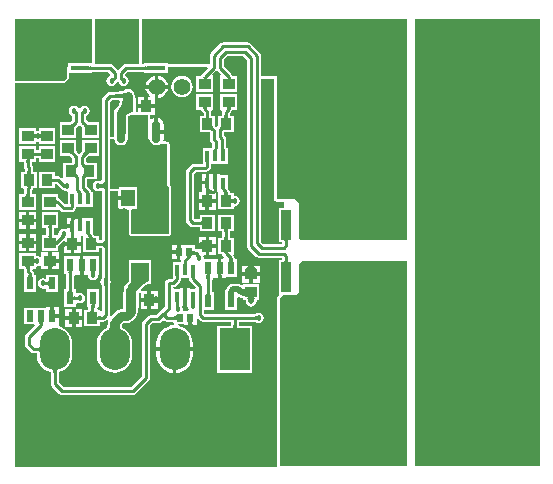
<source format=gbr>
G04 Layer_Physical_Order=1*
G04 Layer_Color=255*
%FSLAX25Y25*%
%MOIN*%
%TF.FileFunction,Copper,L1,Top,Signal*%
%TF.Part,Single*%
G01*
G75*
%TA.AperFunction,SMDPad*%
%ADD10R,0.03661X0.03858*%
%TA.AperFunction,SMDPad*%
%ADD11R,0.03858X0.03661*%
%TA.AperFunction,SMDPad*%
%ADD12R,0.02362X0.03937*%
%TA.AperFunction,SMDPad*%
%ADD13R,0.02362X0.04331*%
%TA.AperFunction,SMDPad*%
%ADD14R,0.01575X0.03543*%
%TA.AperFunction,SMDPad*%
%ADD15R,0.06496X0.09843*%
%TA.AperFunction,SMDPad*%
%ADD16R,0.06496X0.01575*%
%TA.AperFunction,SMDPad*%
%ADD17R,0.02362X0.02559*%
%TA.AperFunction,SMDPad*%
%ADD18R,0.05906X0.06299*%
%TA.AperFunction,SMDPad*%
%ADD19R,0.04567X0.05787*%
%TA.AperFunction,SMDPad*%
%ADD20O,0.02756X0.07480*%
%TA.AperFunction,SMDPad*%
%ADD21O,0.02756X0.08268*%
%TA.AperFunction,SMDPad*%
%ADD22O,0.07874X0.13780*%
%TA.AperFunction,SMDPad*%
%ADD23R,0.18898X0.09843*%
%TA.AperFunction,SMDPad*%
%ADD24R,0.03543X0.09843*%
%ADD25C,0.01000*%
%ADD26C,0.02000*%
%ADD27C,0.03000*%
%TA.AperFunction,ConnectorPad*%
%ADD28C,0.05512*%
%TA.AperFunction,ConnectorPad*%
G04:AMPARAMS|DCode=29|XSize=157.48mil|YSize=157.48mil|CornerRadius=39.37mil|HoleSize=0mil|Usage=FLASHONLY|Rotation=180.000|XOffset=0mil|YOffset=0mil|HoleType=Round|Shape=RoundedRectangle|*
%AMROUNDEDRECTD29*
21,1,0.15748,0.07874,0,0,180.0*
21,1,0.07874,0.15748,0,0,180.0*
1,1,0.07874,-0.03937,0.03937*
1,1,0.07874,0.03937,0.03937*
1,1,0.07874,0.03937,-0.03937*
1,1,0.07874,-0.03937,-0.03937*
%
%ADD29ROUNDEDRECTD29*%
%TA.AperFunction,ViaPad*%
%ADD30O,0.10000X0.14000*%
%TA.AperFunction,ViaPad*%
%ADD31R,0.10000X0.14000*%
%TA.AperFunction,ViaPad*%
G04:AMPARAMS|DCode=32|XSize=157.48mil|YSize=118.11mil|CornerRadius=29.53mil|HoleSize=0mil|Usage=FLASHONLY|Rotation=0.000|XOffset=0mil|YOffset=0mil|HoleType=Round|Shape=RoundedRectangle|*
%AMROUNDEDRECTD32*
21,1,0.15748,0.05906,0,0,0.0*
21,1,0.09843,0.11811,0,0,0.0*
1,1,0.05906,0.04921,-0.02953*
1,1,0.05906,-0.04921,-0.02953*
1,1,0.05906,-0.04921,0.02953*
1,1,0.05906,0.04921,0.02953*
%
%ADD32ROUNDEDRECTD32*%
%TA.AperFunction,ViaPad*%
%ADD33C,0.01800*%
G36*
X445641Y285093D02*
X445556Y285062D01*
X445481Y285012D01*
X445416Y284941D01*
X445361Y284850D01*
X445316Y284738D01*
X445281Y284607D01*
X445256Y284455D01*
X445241Y284283D01*
X445236Y284091D01*
X444236D01*
X444231Y284283D01*
X444216Y284455D01*
X444191Y284607D01*
X444156Y284738D01*
X444111Y284850D01*
X444056Y284941D01*
X443991Y285012D01*
X443916Y285062D01*
X443831Y285093D01*
X443736Y285103D01*
X445736D01*
X445641Y285093D01*
D02*
G37*
G36*
X485000Y358500D02*
Y285000D01*
X449500D01*
X449000Y285500D01*
Y289500D01*
Y297000D01*
X447500Y298500D01*
X441500D01*
Y339500D01*
X436326D01*
Y346328D01*
X436225Y346836D01*
X435937Y347266D01*
X432766Y350437D01*
X432336Y350725D01*
X431828Y350826D01*
X423672D01*
X423164Y350725D01*
X422734Y350437D01*
X419563Y347266D01*
X419275Y346836D01*
X419174Y346328D01*
Y343500D01*
X405249D01*
Y343788D01*
X397153D01*
Y343526D01*
X396500D01*
Y358675D01*
X485000D01*
Y358500D01*
D02*
G37*
G36*
X431674Y344951D02*
Y283010D01*
X431775Y282503D01*
X432063Y282073D01*
X434734Y279401D01*
X435164Y279114D01*
X435672Y279013D01*
X443411D01*
Y278398D01*
X442165D01*
Y266956D01*
X442165Y266956D01*
X442165D01*
X442351Y266505D01*
X441923Y266077D01*
X441746Y265812D01*
X441684Y265500D01*
X441684Y265500D01*
Y259000D01*
Y209500D01*
X441541Y209326D01*
X354326D01*
Y337184D01*
X370500D01*
X370812Y337246D01*
X371077Y337423D01*
X371077Y337423D01*
X372077Y338423D01*
X372254Y338688D01*
X372316Y339000D01*
X372316Y339000D01*
Y340613D01*
X379218D01*
X379236Y340610D01*
X379255Y340613D01*
X380048D01*
Y340875D01*
X385351D01*
X386069Y340157D01*
X385904Y339615D01*
X385837Y339601D01*
X385274Y339226D01*
X384899Y338663D01*
X384767Y338000D01*
X384899Y337337D01*
X385274Y336774D01*
X385837Y336399D01*
X386500Y336267D01*
X387163Y336399D01*
X387726Y336774D01*
X388101Y337337D01*
X388159Y337626D01*
X388341Y337703D01*
X388883Y337414D01*
X388899Y337337D01*
X389274Y336774D01*
X389837Y336399D01*
X390500Y336267D01*
X391163Y336399D01*
X391726Y336774D01*
X392101Y337337D01*
X392233Y338000D01*
X392101Y338663D01*
X391726Y339226D01*
X391211Y339569D01*
X391132Y339856D01*
X391099Y340124D01*
X391850Y340875D01*
X397153D01*
Y340613D01*
X397946D01*
X397965Y340610D01*
X397983Y340613D01*
X405249D01*
Y342684D01*
X418294D01*
X418486Y342222D01*
X416563Y340300D01*
X416275Y339869D01*
X416234Y339662D01*
X414771D01*
Y334401D01*
X420229D01*
Y339662D01*
X420229Y339662D01*
X420229D01*
X420124Y340112D01*
X421154Y341142D01*
X421500Y341382D01*
X421845Y341142D01*
X422875Y340113D01*
X422771Y339662D01*
X422771D01*
X422771Y339662D01*
Y334401D01*
X428229D01*
Y339662D01*
X426766D01*
X426725Y339869D01*
X426437Y340300D01*
X423826Y342911D01*
Y344951D01*
X425049Y346175D01*
X430451D01*
X431674Y344951D01*
D02*
G37*
G36*
X440684Y298500D02*
X440746Y298188D01*
X440923Y297923D01*
X441188Y297746D01*
X441500Y297684D01*
X444000D01*
Y295721D01*
X442165D01*
Y284279D01*
X443411D01*
Y283664D01*
X437049D01*
X436326Y284388D01*
Y338684D01*
X440684D01*
Y298500D01*
D02*
G37*
G36*
X485000Y209500D02*
X442500D01*
Y259000D01*
Y265500D01*
X443500Y266500D01*
X448000D01*
X449000Y267500D01*
Y277000D01*
X450000Y278000D01*
X485000D01*
Y209500D01*
D02*
G37*
G36*
X529175D02*
X487500D01*
Y291500D01*
Y358500D01*
Y358675D01*
X529175D01*
Y209500D01*
D02*
G37*
G36*
X445241Y278394D02*
X445256Y278222D01*
X445281Y278070D01*
X445316Y277939D01*
X445361Y277827D01*
X445416Y277736D01*
X445481Y277665D01*
X445556Y277615D01*
X445641Y277585D01*
X445736Y277574D01*
X443736D01*
X443831Y277585D01*
X443916Y277615D01*
X443991Y277665D01*
X444056Y277736D01*
X444111Y277827D01*
X444156Y277939D01*
X444191Y278070D01*
X444216Y278222D01*
X444231Y278394D01*
X444236Y278586D01*
X445236D01*
X445241Y278394D01*
D02*
G37*
G36*
X380000Y343788D02*
X371952D01*
Y342952D01*
X371500Y342500D01*
Y341000D01*
Y339000D01*
X370500Y338000D01*
X354326D01*
Y358675D01*
X380000D01*
Y343788D01*
D02*
G37*
G36*
X426005Y339263D02*
X426020Y339174D01*
X426045Y339095D01*
X426080Y339027D01*
X426125Y338969D01*
X426180Y338922D01*
X426245Y338885D01*
X426320Y338859D01*
X426405Y338843D01*
X426500Y338838D01*
X424500D01*
X424595Y338843D01*
X424680Y338859D01*
X424755Y338885D01*
X424820Y338922D01*
X424875Y338969D01*
X424920Y339027D01*
X424955Y339095D01*
X424980Y339174D01*
X424995Y339263D01*
X425000Y339362D01*
X426000D01*
X426005Y339263D01*
D02*
G37*
G36*
X418005D02*
X418020Y339174D01*
X418045Y339095D01*
X418080Y339027D01*
X418125Y338969D01*
X418180Y338922D01*
X418245Y338885D01*
X418320Y338859D01*
X418405Y338843D01*
X418500Y338838D01*
X416500D01*
X416595Y338843D01*
X416680Y338859D01*
X416755Y338885D01*
X416820Y338922D01*
X416875Y338969D01*
X416920Y339027D01*
X416955Y339095D01*
X416980Y339174D01*
X416995Y339263D01*
X417000Y339362D01*
X418000D01*
X418005Y339263D01*
D02*
G37*
G36*
X390023Y339186D02*
X390210Y339026D01*
X390266Y338987D01*
X390318Y338956D01*
X390366Y338931D01*
X390411Y338913D01*
X390453Y338903D01*
X390491Y338900D01*
X389600Y338009D01*
X389597Y338047D01*
X389586Y338089D01*
X389569Y338134D01*
X389544Y338182D01*
X389513Y338234D01*
X389474Y338290D01*
X389375Y338411D01*
X389314Y338477D01*
X389247Y338546D01*
X389954Y339253D01*
X390023Y339186D01*
D02*
G37*
G36*
X395684Y343526D02*
X391301D01*
X390794Y343425D01*
X390364Y343138D01*
X388946Y341720D01*
X388600Y341481D01*
X388255Y341720D01*
X386837Y343138D01*
X386407Y343425D01*
X385900Y343526D01*
X381031D01*
X380816Y343788D01*
Y358675D01*
X395684D01*
Y343526D01*
D02*
G37*
G36*
X397965Y341425D02*
X397955Y341478D01*
X397925Y341525D01*
X397875Y341566D01*
X397805Y341602D01*
X397715Y341632D01*
X397605Y341657D01*
X397475Y341676D01*
X397325Y341690D01*
X396965Y341701D01*
Y342701D01*
X397155Y342704D01*
X397475Y342726D01*
X397605Y342745D01*
X397715Y342770D01*
X397805Y342800D01*
X397875Y342836D01*
X397925Y342877D01*
X397955Y342924D01*
X397965Y342976D01*
Y341425D01*
D02*
G37*
G36*
X379246Y342924D02*
X379276Y342877D01*
X379326Y342836D01*
X379396Y342800D01*
X379486Y342770D01*
X379596Y342745D01*
X379726Y342726D01*
X379876Y342712D01*
X380236Y342701D01*
Y341701D01*
X380046Y341698D01*
X379726Y341676D01*
X379596Y341657D01*
X379486Y341632D01*
X379396Y341602D01*
X379326Y341566D01*
X379276Y341525D01*
X379246Y341478D01*
X379236Y341425D01*
Y342976D01*
X379246Y342924D01*
D02*
G37*
G36*
X387765Y338557D02*
X387695Y338486D01*
X387530Y338294D01*
X387490Y338237D01*
X387457Y338184D01*
X387432Y338135D01*
X387414Y338089D01*
X387403Y338047D01*
X387400Y338009D01*
X386509Y338900D01*
X386547Y338903D01*
X386589Y338914D01*
X386635Y338932D01*
X386684Y338957D01*
X386737Y338990D01*
X386794Y339030D01*
X386918Y339133D01*
X386986Y339195D01*
X387057Y339264D01*
X387765Y338557D01*
D02*
G37*
%LPC*%
G36*
X361429Y283432D02*
X359100D01*
Y281201D01*
X361429D01*
Y283432D01*
D02*
G37*
G36*
X357900D02*
X355571D01*
Y281201D01*
X357900D01*
Y283432D01*
D02*
G37*
G36*
X408227Y283279D02*
X406646D01*
Y281600D01*
X408227D01*
Y282256D01*
X407827D01*
X407922Y282266D01*
X408007Y282296D01*
X408082Y282347D01*
X408147Y282417D01*
X408202Y282508D01*
X408227Y282570D01*
Y282646D01*
X408221Y282655D01*
X408197Y282684D01*
X408227D01*
Y283279D01*
D02*
G37*
G36*
X417869Y285929D02*
X415638D01*
Y284006D01*
X415719Y284009D01*
X415914Y284037D01*
X416086Y284083D01*
X416236Y284147D01*
X416362Y284229D01*
X416466Y284330D01*
X416546Y284449D01*
X416604Y284587D01*
X416638Y284743D01*
X416650Y284917D01*
Y283600D01*
X417869D01*
Y285929D01*
D02*
G37*
G36*
X372868Y282900D02*
X371662D01*
Y282500D01*
X371652Y282595D01*
X371621Y282680D01*
X371571Y282755D01*
X371500Y282820D01*
X371409Y282875D01*
X371347Y282900D01*
X371181D01*
X371172Y282895D01*
X371143Y282870D01*
Y282900D01*
X370638D01*
Y280571D01*
X372868D01*
Y282900D01*
D02*
G37*
G36*
X408227Y280400D02*
X406646D01*
Y278720D01*
X408227D01*
Y280400D01*
D02*
G37*
G36*
X368929Y280799D02*
X366600D01*
Y278569D01*
X368929D01*
Y280799D01*
D02*
G37*
G36*
X365400D02*
X363071D01*
Y279556D01*
X362571Y279319D01*
X362195Y279570D01*
X361531Y279702D01*
X361229Y279950D01*
Y280599D01*
X355771D01*
Y275338D01*
X357174D01*
Y274500D01*
X357275Y273993D01*
X357483Y273682D01*
X357460Y273619D01*
X357279Y273182D01*
X357279Y273182D01*
X357279Y273182D01*
Y267645D01*
X361241D01*
Y273182D01*
X360585D01*
Y273740D01*
X360484Y274247D01*
X360197Y274677D01*
X360037Y274838D01*
X360244Y275338D01*
X361229D01*
Y275987D01*
X361531Y276235D01*
X362195Y276367D01*
X362571Y276618D01*
X363071Y276381D01*
Y275138D01*
X365400D01*
Y275143D01*
X365370D01*
X365395Y275172D01*
X365400Y275181D01*
Y275847D01*
X365375Y275909D01*
X365320Y276000D01*
X365255Y276071D01*
X365180Y276121D01*
X365095Y276152D01*
X365000Y276162D01*
X365400D01*
Y277969D01*
Y280799D01*
D02*
G37*
G36*
X376299Y282900D02*
X374068D01*
Y280571D01*
X376299D01*
Y282900D01*
D02*
G37*
G36*
X421299Y282400D02*
X419068D01*
Y280071D01*
X421299D01*
Y282400D01*
D02*
G37*
G36*
Y285929D02*
X419068D01*
Y283600D01*
X421299D01*
Y285929D01*
D02*
G37*
G36*
X357900Y294299D02*
X355571D01*
Y292069D01*
X357900D01*
Y294299D01*
D02*
G37*
G36*
X372841Y292342D02*
X371654D01*
Y290171D01*
X372841D01*
Y291331D01*
X372666D01*
X372718Y291337D01*
X372765Y291355D01*
X372806Y291386D01*
X372841Y291427D01*
Y292342D01*
D02*
G37*
G36*
X361429Y294299D02*
X359100D01*
Y292069D01*
X361429D01*
Y294299D01*
D02*
G37*
G36*
X421299Y297400D02*
X419068D01*
Y296213D01*
X419074Y296204D01*
X419099Y296174D01*
X419068D01*
Y296083D01*
X419468D01*
X419374Y296077D01*
X419288Y296061D01*
X419213Y296033D01*
X419148Y295995D01*
X419094Y295945D01*
X419068Y295911D01*
Y295071D01*
X421299D01*
Y297400D01*
D02*
G37*
G36*
X417869D02*
X415638D01*
Y295071D01*
X417869D01*
Y295911D01*
X417843Y295945D01*
X417789Y295995D01*
X417724Y296033D01*
X417649Y296061D01*
X417563Y296077D01*
X417469Y296083D01*
X417869D01*
Y296174D01*
X417838D01*
X417863Y296204D01*
X417869Y296213D01*
Y297400D01*
D02*
G37*
G36*
X361429Y290868D02*
X359100D01*
Y289662D01*
X359500D01*
X359405Y289652D01*
X359320Y289621D01*
X359245Y289571D01*
X359180Y289500D01*
X359125Y289409D01*
X359100Y289347D01*
Y288638D01*
X361429D01*
Y290868D01*
D02*
G37*
G36*
X405209Y335400D02*
X402100D01*
Y332291D01*
X402481Y332341D01*
X403394Y332719D01*
X404179Y333321D01*
X404781Y334106D01*
X405159Y335019D01*
X405209Y335400D01*
D02*
G37*
G36*
X410000Y339587D02*
X409072Y339464D01*
X408207Y339106D01*
X407464Y338536D01*
X406894Y337793D01*
X406536Y336928D01*
X406413Y336000D01*
X406536Y335072D01*
X406894Y334207D01*
X407464Y333464D01*
X408207Y332894D01*
X409072Y332536D01*
X410000Y332413D01*
X410928Y332536D01*
X411793Y332894D01*
X412536Y333464D01*
X413106Y334207D01*
X413464Y335072D01*
X413587Y336000D01*
X413464Y336928D01*
X413106Y337793D01*
X412536Y338536D01*
X411793Y339106D01*
X410928Y339464D01*
X410000Y339587D01*
D02*
G37*
G36*
X357900Y286862D02*
X355571D01*
Y284631D01*
X357900D01*
Y285838D01*
X357500D01*
X357595Y285848D01*
X357680Y285879D01*
X357755Y285929D01*
X357820Y286000D01*
X357875Y286091D01*
X357900Y286153D01*
Y286862D01*
D02*
G37*
G36*
Y290868D02*
X355571D01*
Y288638D01*
X357900D01*
Y289347D01*
X357875Y289409D01*
X357820Y289500D01*
X357755Y289571D01*
X357680Y289621D01*
X357595Y289652D01*
X357500Y289662D01*
X357900D01*
Y290868D01*
D02*
G37*
G36*
X361429Y286862D02*
X359100D01*
Y286153D01*
X359125Y286091D01*
X359180Y286000D01*
X359245Y285929D01*
X359320Y285879D01*
X359405Y285848D01*
X359500Y285838D01*
X359100D01*
Y284631D01*
X361429D01*
Y286862D01*
D02*
G37*
G36*
X376799Y261929D02*
X374569D01*
Y259600D01*
X376799D01*
Y261929D01*
D02*
G37*
G36*
X373369D02*
X371138D01*
Y259600D01*
X373369D01*
Y261929D01*
D02*
G37*
G36*
X368921Y262555D02*
X367340D01*
Y261854D01*
X367365Y261793D01*
X367420Y261703D01*
X367485Y261633D01*
X367560Y261583D01*
X367645Y261553D01*
X367740Y261543D01*
X367340D01*
Y260187D01*
X368921D01*
Y262555D01*
D02*
G37*
G36*
X400850Y264400D02*
X399632D01*
Y262071D01*
X401862D01*
Y263955D01*
X401659Y263917D01*
X401444Y263853D01*
X401263Y263771D01*
X401114Y263670D01*
X400999Y263551D01*
X400916Y263413D01*
X400867Y263257D01*
X400850Y263083D01*
Y264400D01*
D02*
G37*
G36*
X398431D02*
X396201D01*
Y262071D01*
X398431D01*
Y264400D01*
D02*
G37*
G36*
X376799Y258400D02*
X374569D01*
Y257095D01*
X374969D01*
X374873Y257085D01*
X374788Y257054D01*
X374713Y257004D01*
X374648Y256933D01*
X374593Y256842D01*
X374569Y256780D01*
Y256713D01*
X374581Y256694D01*
X374607Y256664D01*
X374569Y256663D01*
Y256071D01*
X376799D01*
Y258400D01*
D02*
G37*
G36*
X400900Y339709D02*
X400520Y339659D01*
X399606Y339281D01*
X398821Y338679D01*
X398219Y337894D01*
X397841Y336981D01*
X397791Y336600D01*
X400900D01*
Y339709D01*
D02*
G37*
G36*
X402100D02*
Y336600D01*
X405209D01*
X405159Y336981D01*
X404781Y337894D01*
X404179Y338679D01*
X403394Y339281D01*
X402481Y339659D01*
X402100Y339709D01*
D02*
G37*
G36*
X406900Y247900D02*
X401471D01*
Y246500D01*
X401587Y245324D01*
X401930Y244193D01*
X402487Y243150D01*
X403237Y242237D01*
X404150Y241487D01*
X405193Y240930D01*
X406324Y240587D01*
X406900Y240530D01*
Y247900D01*
D02*
G37*
G36*
X373369Y258400D02*
X371138D01*
Y256071D01*
X373369D01*
Y256621D01*
X373348Y256620D01*
X373369Y256647D01*
Y256780D01*
X373343Y256842D01*
X373288Y256933D01*
X373223Y257004D01*
X373148Y257054D01*
X373063Y257085D01*
X372969Y257095D01*
X373369D01*
Y258400D01*
D02*
G37*
G36*
X413529Y247900D02*
X408100D01*
Y240530D01*
X408676Y240587D01*
X409807Y240930D01*
X410850Y241487D01*
X411763Y242237D01*
X412513Y243150D01*
X413070Y244193D01*
X413413Y245324D01*
X413529Y246500D01*
Y247900D01*
D02*
G37*
G36*
X428500Y270335D02*
X427000D01*
X426298Y270196D01*
X425702Y269798D01*
X424942Y269038D01*
X424545Y268443D01*
X424405Y267740D01*
Y267454D01*
X424259D01*
Y266701D01*
X424257Y266693D01*
X424259Y266678D01*
Y266660D01*
X424255Y266642D01*
X424259Y266623D01*
Y261523D01*
X428221D01*
Y265578D01*
X428721Y265845D01*
X428829Y265773D01*
X429531Y265633D01*
X429911D01*
X429981Y265627D01*
X430140Y265599D01*
X430250Y265567D01*
X430271Y265559D01*
Y264838D01*
X431022D01*
X431029Y264836D01*
X431141Y264828D01*
X431145Y264819D01*
X431162Y264752D01*
X431165Y264735D01*
Y264500D01*
X431304Y263798D01*
X431702Y263202D01*
X432298Y262804D01*
X433000Y262665D01*
X433702Y262804D01*
X434298Y263202D01*
X434696Y263798D01*
X434835Y264500D01*
Y264735D01*
X434838Y264752D01*
X434856Y264819D01*
X434860Y264828D01*
X434971Y264836D01*
X434978Y264838D01*
X435729D01*
Y265631D01*
X435733Y265650D01*
X435729Y265668D01*
Y265689D01*
X435731Y265704D01*
X435729Y265711D01*
Y270099D01*
X431101D01*
X431083Y270103D01*
X431064Y270099D01*
X430271D01*
Y270032D01*
X429881Y269839D01*
X429771Y269816D01*
X429202Y270196D01*
X429086Y270219D01*
X428500Y270335D01*
D02*
G37*
G36*
X411008Y283279D02*
X409427D01*
Y282684D01*
X409457D01*
X409432Y282655D01*
X409427Y282646D01*
Y282570D01*
X409452Y282508D01*
X409507Y282417D01*
X409572Y282347D01*
X409647Y282296D01*
X409732Y282266D01*
X409827Y282256D01*
X409427D01*
Y281000D01*
Y278550D01*
X409696Y278221D01*
X409675Y278113D01*
Y277501D01*
X406853D01*
Y273188D01*
X406850Y273169D01*
X406853Y273151D01*
Y272358D01*
X406853Y272358D01*
X406853D01*
X406598Y271972D01*
X406451Y271826D01*
X405500D01*
X404993Y271725D01*
X404563Y271437D01*
X404275Y271007D01*
X404175Y270500D01*
Y262549D01*
X401451Y259825D01*
X399500D01*
X398993Y259725D01*
X398563Y259437D01*
X397063Y257937D01*
X396775Y257507D01*
X396674Y257000D01*
Y239549D01*
X392951Y235825D01*
X370549D01*
X368826Y237549D01*
Y240769D01*
X368831Y240832D01*
X368832Y240843D01*
X369730Y241116D01*
X370738Y241654D01*
X371621Y242379D01*
X372346Y243262D01*
X372884Y244270D01*
X373216Y245363D01*
X373328Y246500D01*
Y250500D01*
X373216Y251637D01*
X372884Y252730D01*
X372346Y253738D01*
X371621Y254621D01*
X370738Y255346D01*
X369730Y255884D01*
X368938Y256125D01*
X368921Y256618D01*
X368921Y256618D01*
X368921Y256618D01*
Y258987D01*
X366740D01*
Y259587D01*
X366140D01*
Y261543D01*
X365740D01*
X365835Y261553D01*
X365920Y261583D01*
X365995Y261633D01*
X366060Y261703D01*
X366115Y261793D01*
X366140Y261854D01*
Y262555D01*
X364559D01*
Y262355D01*
X357279D01*
Y256818D01*
X360790D01*
X360982Y256356D01*
X358063Y253437D01*
X357775Y253007D01*
X357675Y252500D01*
Y250000D01*
X357775Y249493D01*
X358063Y249063D01*
X359563Y247563D01*
X359993Y247275D01*
X360500Y247175D01*
X361672D01*
Y246500D01*
X361784Y245363D01*
X362116Y244270D01*
X362654Y243262D01*
X363379Y242379D01*
X364262Y241654D01*
X365270Y241116D01*
X366168Y240843D01*
X366169Y240832D01*
X366175Y240769D01*
Y237000D01*
X366275Y236493D01*
X366563Y236063D01*
X369063Y233563D01*
X369493Y233275D01*
X370000Y233174D01*
X393500D01*
X394007Y233275D01*
X394437Y233563D01*
X398937Y238063D01*
X399225Y238493D01*
X399325Y239000D01*
Y256451D01*
X400049Y257174D01*
X402000D01*
X402507Y257275D01*
X402937Y257563D01*
X403710Y258335D01*
X403744Y258359D01*
X403750Y258362D01*
X403756Y258359D01*
X403790Y258335D01*
X404063Y258063D01*
X404493Y257775D01*
X405000Y257675D01*
X406992D01*
X407346Y257321D01*
Y257016D01*
X407346Y256921D01*
X407163Y256496D01*
X406324Y256413D01*
X405193Y256070D01*
X404150Y255513D01*
X403237Y254763D01*
X402487Y253850D01*
X401930Y252807D01*
X401587Y251676D01*
X401471Y250500D01*
Y249100D01*
X413529D01*
Y250500D01*
X413413Y251676D01*
X413070Y252807D01*
X412513Y253850D01*
X411763Y254763D01*
X410850Y255513D01*
X409807Y256070D01*
X408676Y256413D01*
X408602Y256420D01*
X408627Y256921D01*
X410492D01*
Y256720D01*
X412073D01*
Y257459D01*
X412048Y257515D01*
X411993Y257598D01*
X411928Y257662D01*
X411853Y257708D01*
X411768Y257735D01*
X411673Y257745D01*
X412073D01*
Y259000D01*
X413273D01*
Y257745D01*
X413673D01*
X413578Y257735D01*
X413493Y257708D01*
X413418Y257662D01*
X413353Y257598D01*
X413298Y257515D01*
X413273Y257459D01*
Y256720D01*
X414854D01*
Y258564D01*
X415354Y258771D01*
X416063Y258063D01*
X416493Y257775D01*
X417000Y257675D01*
X426174D01*
Y256300D01*
X421700D01*
Y240700D01*
X433300D01*
Y256300D01*
X428826D01*
Y257675D01*
X434411D01*
X434426Y257673D01*
X434837Y257399D01*
X435500Y257267D01*
X436163Y257399D01*
X436726Y257774D01*
X437101Y258337D01*
X437233Y259000D01*
X437101Y259663D01*
X436726Y260226D01*
X436163Y260601D01*
X435500Y260733D01*
X434837Y260601D01*
X434428Y260328D01*
X434390Y260326D01*
X417549D01*
X417325Y260549D01*
Y261523D01*
X420741D01*
Y267454D01*
X420085D01*
Y271411D01*
X420087Y271426D01*
X420361Y271837D01*
X420463Y272346D01*
X421900D01*
Y275512D01*
Y278677D01*
X420319D01*
Y278477D01*
X417523D01*
X417206Y278864D01*
X417233Y279000D01*
X417120Y279571D01*
X417385Y280071D01*
X417869D01*
Y282400D01*
X416650D01*
Y281083D01*
X416638Y281257D01*
X416604Y281413D01*
X416546Y281551D01*
X416466Y281670D01*
X416362Y281771D01*
X416236Y281853D01*
X416086Y281918D01*
X415914Y281963D01*
X415719Y281991D01*
X415500Y282000D01*
Y282176D01*
X415138Y281958D01*
X414800Y282026D01*
X414154D01*
Y283080D01*
X411008D01*
Y283279D01*
D02*
G37*
G36*
X427162Y293229D02*
X421901D01*
Y287771D01*
X423206D01*
Y285729D01*
X421901D01*
Y280271D01*
X423245D01*
X423307Y279961D01*
X423594Y279531D01*
X423986Y279139D01*
X423795Y278677D01*
X423100D01*
Y275512D01*
Y272346D01*
X424681D01*
Y272547D01*
X428221D01*
Y278477D01*
X427566D01*
Y278760D01*
X427465Y279267D01*
X427177Y279697D01*
X427053Y279821D01*
X427162Y280271D01*
X427162D01*
X427162Y280271D01*
Y285729D01*
X425857D01*
Y287771D01*
X427162D01*
Y293229D01*
D02*
G37*
G36*
X431955Y276362D02*
X430071D01*
Y274131D01*
X432400D01*
Y275350D01*
X431083D01*
X431257Y275367D01*
X431413Y275416D01*
X431551Y275499D01*
X431670Y275614D01*
X431771Y275763D01*
X431853Y275944D01*
X431917Y276159D01*
X431955Y276362D01*
D02*
G37*
G36*
X368929Y277368D02*
X366600D01*
Y276162D01*
X367000D01*
X366905Y276152D01*
X366820Y276121D01*
X366745Y276071D01*
X366680Y276000D01*
X366625Y275909D01*
X366600Y275847D01*
Y275181D01*
X366605Y275172D01*
X366630Y275143D01*
X366600D01*
Y275138D01*
X368929D01*
Y277368D01*
D02*
G37*
G36*
X435929Y276362D02*
X434045D01*
X434083Y276159D01*
X434147Y275944D01*
X434229Y275763D01*
X434330Y275614D01*
X434449Y275499D01*
X434587Y275416D01*
X434743Y275367D01*
X434917Y275350D01*
X433600D01*
Y274131D01*
X435929D01*
Y276362D01*
D02*
G37*
G36*
X368721Y273182D02*
X364759D01*
Y272276D01*
X364259Y272009D01*
X364250Y272015D01*
X363587Y272147D01*
X362923Y272015D01*
X362361Y271639D01*
X361985Y271077D01*
X361853Y270413D01*
X361985Y269750D01*
X362361Y269188D01*
X362923Y268812D01*
X363587Y268680D01*
X364250Y268812D01*
X364259Y268818D01*
X364759Y268551D01*
Y267645D01*
X368721D01*
Y273182D01*
D02*
G37*
G36*
X399632Y267929D02*
Y265600D01*
X400850D01*
Y266917D01*
X400867Y266743D01*
X400916Y266587D01*
X400999Y266449D01*
X401114Y266330D01*
X401263Y266229D01*
X401444Y266147D01*
X401659Y266083D01*
X401862Y266045D01*
Y267929D01*
X399632D01*
D02*
G37*
G36*
X375900Y279677D02*
X374319D01*
Y279477D01*
X370779D01*
Y273547D01*
X371434D01*
Y268454D01*
X370779D01*
Y262523D01*
X374741D01*
Y263676D01*
X375241Y263943D01*
X375325Y263887D01*
X375988Y263755D01*
X376652Y263887D01*
X377214Y264263D01*
X377590Y264825D01*
X377722Y265488D01*
X377590Y266151D01*
X377214Y266714D01*
X376652Y267090D01*
X375988Y267221D01*
X375325Y267090D01*
X375241Y267034D01*
X374741Y267301D01*
Y268454D01*
X374085D01*
Y272943D01*
X374319Y273346D01*
X375900D01*
Y274091D01*
X375875Y274143D01*
X375870D01*
X375873Y274147D01*
X375820Y274221D01*
X375755Y274281D01*
X375680Y274324D01*
X375595Y274350D01*
X375500Y274359D01*
X375900D01*
Y276512D01*
Y279677D01*
D02*
G37*
G36*
X432400Y272932D02*
X430071D01*
Y270701D01*
X432400D01*
Y272932D01*
D02*
G37*
G36*
X378681Y279677D02*
X377100D01*
Y276512D01*
Y274359D01*
X377500D01*
X377405Y274350D01*
X377320Y274324D01*
X377245Y274281D01*
X377180Y274221D01*
X377127Y274147D01*
X377130Y274143D01*
X377125D01*
X377100Y274091D01*
Y273346D01*
X378420D01*
X378507Y273240D01*
X378639Y272577D01*
X379014Y272014D01*
X379577Y271639D01*
X380240Y271507D01*
X380904Y271639D01*
X381466Y272014D01*
X381841Y272577D01*
X381957Y273156D01*
X382221Y273547D01*
X382221Y273547D01*
X382221Y273547D01*
Y279477D01*
X378681D01*
Y279677D01*
D02*
G37*
G36*
X435929Y272932D02*
X433600D01*
Y270701D01*
X435929D01*
Y272932D01*
D02*
G37*
G36*
X361229Y316099D02*
X355771D01*
Y310838D01*
X357174D01*
Y309500D01*
X357275Y308993D01*
X357563Y308563D01*
X357643Y308483D01*
Y307729D01*
X356338D01*
Y302271D01*
X356952D01*
X357174Y302000D01*
Y300162D01*
X355771D01*
Y294901D01*
X361229D01*
Y300162D01*
X359825D01*
Y301451D01*
X359906Y301531D01*
X360193Y301961D01*
X360255Y302271D01*
X361599D01*
Y307729D01*
X360294D01*
Y308842D01*
X360326Y309000D01*
X360225Y309507D01*
X359937Y309937D01*
X359825Y310049D01*
Y310838D01*
X361229D01*
Y312143D01*
X362271D01*
Y310838D01*
X367729D01*
Y316099D01*
X362271D01*
Y314794D01*
X361229D01*
Y316099D01*
D02*
G37*
G36*
X382229Y318099D02*
X376771D01*
Y314662D01*
X376753Y314637D01*
X376519Y314362D01*
X376096Y313938D01*
X375750Y313699D01*
X375405Y313938D01*
X375023Y314320D01*
X374863Y314492D01*
X374753Y314628D01*
X374729Y314662D01*
Y318099D01*
X369271D01*
Y312838D01*
X372699D01*
X372755Y312798D01*
X373019Y312575D01*
X373425Y312170D01*
Y310729D01*
X370338D01*
Y305744D01*
X369838Y305537D01*
X369666Y305708D01*
X369236Y305995D01*
X368729Y306096D01*
X367662D01*
Y307729D01*
X362401D01*
Y302271D01*
X367662D01*
Y303445D01*
X368180D01*
X369563Y302063D01*
X369993Y301775D01*
X370392Y301696D01*
X370837Y301399D01*
X371466Y301273D01*
X371531Y301228D01*
X371853Y300827D01*
Y296826D01*
X371049D01*
X369406Y298469D01*
X368976Y298756D01*
X368729Y298805D01*
Y300162D01*
X363271D01*
Y294901D01*
X368729D01*
X368729Y294901D01*
Y294901D01*
X369198Y294928D01*
X369563Y294563D01*
X369993Y294275D01*
X370500Y294175D01*
X373000D01*
X373507Y294275D01*
X373937Y294563D01*
X374378Y295004D01*
X374665Y295434D01*
X374750Y295858D01*
X380147D01*
Y300170D01*
X380150Y300189D01*
X380147Y300207D01*
Y301001D01*
X379825D01*
X379784Y301208D01*
X379496Y301638D01*
X378326Y302809D01*
Y305271D01*
X381662D01*
Y310729D01*
X378225D01*
X378200Y310747D01*
X378076Y310853D01*
Y312170D01*
X378442Y312536D01*
X378605Y312687D01*
X378735Y312792D01*
X378801Y312838D01*
X382229D01*
Y318099D01*
D02*
G37*
G36*
X417841Y306842D02*
X416653D01*
Y304671D01*
X417841D01*
Y306842D01*
D02*
G37*
G36*
X422787D02*
X421600D01*
Y304071D01*
X420400D01*
Y306842D01*
X419041D01*
Y304071D01*
X418441D01*
Y303471D01*
X416653D01*
Y301429D01*
X416653Y301299D01*
X416340Y300929D01*
X415638D01*
Y298600D01*
X421299D01*
Y300799D01*
X421299Y300929D01*
X421495Y301161D01*
X421968Y301134D01*
X421901Y300729D01*
X421901D01*
Y295271D01*
X427162D01*
Y295989D01*
X427500Y296267D01*
X428163Y296399D01*
X428726Y296774D01*
X429101Y297337D01*
X429233Y298000D01*
X429101Y298663D01*
X428726Y299226D01*
X428163Y299601D01*
X427500Y299733D01*
X427162Y300010D01*
Y300729D01*
X425857D01*
Y300969D01*
X425756Y301476D01*
X425469Y301906D01*
X425146Y302228D01*
Y302293D01*
X425150Y302311D01*
X425146Y302330D01*
Y302356D01*
X425148Y302369D01*
X425146Y302375D01*
Y306643D01*
X422787D01*
Y306842D01*
D02*
G37*
G36*
X391968Y335314D02*
X391071Y335135D01*
X390310Y334627D01*
X390283Y334586D01*
X390258Y334573D01*
X390120Y334521D01*
X389916Y334465D01*
X389677Y334418D01*
X388111Y334294D01*
X385968D01*
X385461Y334193D01*
X385031Y333906D01*
X383563Y332437D01*
X383275Y332007D01*
X383174Y331500D01*
Y304861D01*
X382675Y304594D01*
X382663Y304601D01*
X382000Y304733D01*
X381337Y304601D01*
X380774Y304226D01*
X380399Y303663D01*
X380267Y303000D01*
X380399Y302337D01*
X380774Y301774D01*
X381337Y301399D01*
X382000Y301267D01*
X382663Y301399D01*
X382675Y301406D01*
X383174Y301139D01*
Y284883D01*
X383167Y284841D01*
X383165Y284835D01*
X383159Y284833D01*
X383117Y284825D01*
X382162D01*
Y286229D01*
X380805D01*
X380756Y286476D01*
X380469Y286906D01*
X380147Y287228D01*
Y287793D01*
X380150Y287811D01*
X380147Y287830D01*
Y292143D01*
X377787D01*
Y292342D01*
X376600D01*
Y291437D01*
X376635Y291391D01*
X376676Y291357D01*
X376723Y291337D01*
X376775Y291331D01*
X376600D01*
Y289571D01*
X375400D01*
Y291331D01*
X375225D01*
X375277Y291337D01*
X375324Y291357D01*
X375365Y291391D01*
X375400Y291437D01*
Y292342D01*
X374041D01*
Y291427D01*
X374076Y291386D01*
X374117Y291355D01*
X374164Y291337D01*
X374216Y291331D01*
X374041D01*
Y289571D01*
X373441D01*
Y288971D01*
X371654D01*
Y288868D01*
X371244Y288585D01*
X371153Y288603D01*
X370500Y288733D01*
X369837Y288601D01*
X369274Y288226D01*
X368899Y287663D01*
X368767Y287000D01*
X368340Y286662D01*
X367325D01*
Y288838D01*
X368729D01*
Y294099D01*
X363271D01*
Y288838D01*
X364674D01*
Y286662D01*
X363271D01*
Y281401D01*
X368729D01*
Y283009D01*
X368858Y283094D01*
X370176Y284413D01*
X370638Y284221D01*
Y284100D01*
X371143D01*
Y284130D01*
X371172Y284105D01*
X371181Y284100D01*
X371347D01*
X371409Y284125D01*
X371500Y284180D01*
X371571Y284245D01*
X371621Y284320D01*
X371652Y284405D01*
X371662Y284500D01*
Y284100D01*
X376299D01*
Y286429D01*
X376305Y286436D01*
X376848Y286379D01*
X376901Y286229D01*
X376901D01*
X376901Y286229D01*
Y280771D01*
X382162D01*
Y282174D01*
X383117D01*
X383159Y282167D01*
X383165Y282165D01*
X383167Y282159D01*
X383174Y282117D01*
Y272089D01*
X383173Y272074D01*
X382899Y271663D01*
X382767Y271000D01*
X382899Y270337D01*
X383172Y269928D01*
X383174Y269890D01*
Y261073D01*
X383162Y261065D01*
X382662Y261332D01*
Y261729D01*
X381922D01*
X381659Y262222D01*
X381823Y262523D01*
X382221D01*
Y268454D01*
X378259D01*
Y262523D01*
X378706D01*
Y261729D01*
X377401D01*
Y256271D01*
X382662D01*
Y257675D01*
X383500D01*
X384007Y257775D01*
X384437Y258063D01*
X384837Y258462D01*
X385297Y258216D01*
X385155Y257500D01*
Y256798D01*
X385131Y256518D01*
X385067Y256136D01*
X384986Y255832D01*
X384935Y255705D01*
X384262Y255346D01*
X383379Y254621D01*
X382654Y253738D01*
X382116Y252730D01*
X381784Y251637D01*
X381672Y250500D01*
Y246500D01*
X381784Y245363D01*
X382116Y244270D01*
X382654Y243262D01*
X383379Y242379D01*
X384262Y241654D01*
X385270Y241116D01*
X386363Y240784D01*
X387500Y240672D01*
X388637Y240784D01*
X389730Y241116D01*
X390738Y241654D01*
X391621Y242379D01*
X392346Y243262D01*
X392884Y244270D01*
X393216Y245363D01*
X393328Y246500D01*
Y250500D01*
X393216Y251637D01*
X392884Y252730D01*
X392346Y253738D01*
X391621Y254621D01*
X390738Y255346D01*
X390065Y255705D01*
X390014Y255832D01*
X389933Y256136D01*
X389869Y256518D01*
X389867Y256550D01*
X390471Y257155D01*
X391500D01*
X392397Y257333D01*
X393158Y257842D01*
X394627Y259310D01*
X395135Y260071D01*
X395314Y260968D01*
Y261961D01*
X395332Y262245D01*
X395335Y262271D01*
X395599D01*
Y263028D01*
X395602Y263037D01*
X395599Y263053D01*
Y263064D01*
X395603Y263083D01*
X395599Y263101D01*
Y266899D01*
X395603Y266917D01*
X395599Y266936D01*
Y267385D01*
X395701Y267453D01*
X396201Y267186D01*
Y265600D01*
X398431D01*
Y267929D01*
X396602D01*
X396453Y267929D01*
X396285Y268205D01*
X396251Y268429D01*
X396890Y269016D01*
X397791Y269745D01*
X398155Y270000D01*
X398469Y270189D01*
X398716Y270309D01*
X398878Y270362D01*
X399022Y270381D01*
X399753D01*
Y271175D01*
X399756Y271193D01*
X399753Y271212D01*
Y278280D01*
X392247D01*
Y271271D01*
X392244Y271240D01*
X392243Y271236D01*
X392221Y271185D01*
X392174Y271099D01*
X392099Y270984D01*
X392007Y270858D01*
X391776Y270592D01*
X391310Y270127D01*
X390802Y269366D01*
X390623Y268468D01*
Y267729D01*
X390338D01*
Y266936D01*
X390334Y266917D01*
X390338Y266899D01*
Y263101D01*
X390334Y263083D01*
X390338Y263064D01*
Y263053D01*
X390335Y263037D01*
X390338Y263028D01*
Y262271D01*
X390338Y262271D01*
X390172Y261877D01*
X390138Y261845D01*
X389500D01*
X389500Y261845D01*
X388603Y261667D01*
X387842Y261158D01*
X386249Y259565D01*
X385788Y259811D01*
X385825Y260000D01*
Y269911D01*
X385827Y269926D01*
X386101Y270337D01*
X386233Y271000D01*
X386101Y271663D01*
X385828Y272072D01*
X385825Y272110D01*
Y283500D01*
Y300710D01*
X385841Y300787D01*
X386080Y301184D01*
X388713D01*
Y299600D01*
X391996D01*
Y298400D01*
X388713D01*
Y295106D01*
X391778D01*
X391901Y295054D01*
X392239Y294756D01*
X392247Y294619D01*
X392247Y294619D01*
Y286720D01*
X392303D01*
X392309Y286688D01*
X392486Y286423D01*
X392751Y286246D01*
X393063Y286184D01*
X405500D01*
X405812Y286246D01*
X406077Y286423D01*
X406254Y286688D01*
X406316Y287000D01*
Y302500D01*
X406316Y302500D01*
X406254Y302812D01*
X406077Y303077D01*
X406077Y303077D01*
X405816Y303338D01*
Y314000D01*
Y316920D01*
X405798Y317009D01*
X405796Y317099D01*
X405767Y317163D01*
X405754Y317232D01*
X405703Y317307D01*
X405666Y317390D01*
X405616Y317438D01*
X405577Y317496D01*
X405501Y317547D01*
X405436Y317609D01*
X405370Y317634D01*
X405312Y317673D01*
X405223Y317691D01*
X405138Y317723D01*
X404672Y317804D01*
X404602Y317802D01*
X404533Y317816D01*
X404061D01*
X403743Y318202D01*
X403830Y318638D01*
Y320400D01*
X401405D01*
Y321000D01*
X400806D01*
Y325667D01*
X400478Y325602D01*
X399816Y325160D01*
X399396Y325316D01*
X399316Y325381D01*
Y326500D01*
X399374Y326571D01*
X400862D01*
Y328900D01*
X395201D01*
Y327780D01*
X395168Y327743D01*
X395099Y327713D01*
X394599Y328040D01*
Y331399D01*
X394603Y331417D01*
X394599Y331436D01*
Y332229D01*
X394320D01*
X394314Y332319D01*
Y332968D01*
X394135Y333866D01*
X393627Y334627D01*
X392866Y335135D01*
X391968Y335314D01*
D02*
G37*
G36*
X361229Y322162D02*
X355771D01*
Y316901D01*
X361229D01*
Y317415D01*
X361729Y317821D01*
X362000Y317767D01*
X362271Y317544D01*
Y316901D01*
X367729D01*
Y322162D01*
X362271D01*
Y321456D01*
X362000Y321233D01*
X361729Y321179D01*
X361229Y321585D01*
Y322162D01*
D02*
G37*
G36*
X397431Y332429D02*
X395201D01*
Y330100D01*
X397431D01*
Y332429D01*
D02*
G37*
G36*
X400900Y335400D02*
X397791D01*
X397841Y335019D01*
X398219Y334106D01*
X398821Y333321D01*
X399332Y332929D01*
X399163Y332429D01*
X398632D01*
Y330100D01*
X400862D01*
Y331916D01*
X400900Y331950D01*
Y335400D01*
D02*
G37*
G36*
X377500Y329733D02*
X376837Y329601D01*
X376274Y329226D01*
X376032Y328864D01*
X375467D01*
X375226Y329226D01*
X374663Y329601D01*
X374000Y329733D01*
X373337Y329601D01*
X372774Y329226D01*
X372399Y328663D01*
X372267Y328000D01*
X372399Y327337D01*
X372774Y326774D01*
X373337Y326399D01*
X373425Y326381D01*
Y324831D01*
X373058Y324464D01*
X372895Y324313D01*
X372764Y324208D01*
X372699Y324162D01*
X369271D01*
Y318901D01*
X374729D01*
Y322338D01*
X374747Y322363D01*
X374981Y322638D01*
X375405Y323061D01*
X375750Y323301D01*
X376096Y323061D01*
X376477Y322680D01*
X376637Y322508D01*
X376747Y322372D01*
X376771Y322338D01*
Y318901D01*
X382229D01*
Y324162D01*
X378801D01*
X378745Y324202D01*
X378481Y324425D01*
X378076Y324831D01*
Y326381D01*
X378163Y326399D01*
X378726Y326774D01*
X379101Y327337D01*
X379233Y328000D01*
X379101Y328663D01*
X378726Y329226D01*
X378163Y329601D01*
X377500Y329733D01*
D02*
G37*
G36*
X402005Y325667D02*
Y321600D01*
X403830D01*
Y323362D01*
X403646Y324290D01*
X403120Y325077D01*
X402333Y325602D01*
X402005Y325667D01*
D02*
G37*
G36*
X428229Y333599D02*
X422771D01*
Y328338D01*
X422859D01*
X423240Y327838D01*
X423206Y327669D01*
Y326229D01*
X421901D01*
Y322905D01*
X421470Y322681D01*
X421099Y322929D01*
Y326229D01*
X419794D01*
Y327669D01*
X419761Y327838D01*
X420141Y328338D01*
X420229D01*
Y333599D01*
X414771D01*
Y328338D01*
X416234D01*
X416275Y328131D01*
X416563Y327701D01*
X417143Y327120D01*
Y326229D01*
X415838D01*
Y320771D01*
X419174D01*
Y318500D01*
X419275Y317993D01*
X419563Y317563D01*
X419954Y317171D01*
Y315975D01*
X419775Y315708D01*
X419734Y315501D01*
X416854D01*
Y311188D01*
X416850Y311170D01*
X416854Y311151D01*
Y310357D01*
X416367Y310326D01*
X414000D01*
X413493Y310225D01*
X413063Y309937D01*
X411563Y308437D01*
X411275Y308007D01*
X411174Y307500D01*
Y291500D01*
X411275Y290993D01*
X411563Y290563D01*
X412563Y289563D01*
X412993Y289275D01*
X413500Y289175D01*
X415838D01*
Y287771D01*
X421099D01*
Y293229D01*
X415838D01*
Y291826D01*
X414049D01*
X413826Y292049D01*
Y306951D01*
X414549Y307675D01*
X418000D01*
X418507Y307775D01*
X418937Y308063D01*
X419378Y308504D01*
X419665Y308934D01*
X419766Y309441D01*
Y310357D01*
X425146D01*
Y314670D01*
X425150Y314689D01*
X425146Y314707D01*
Y315501D01*
X424825D01*
X424784Y315708D01*
X424605Y315975D01*
Y318549D01*
X424504Y319056D01*
X424217Y319486D01*
X423826Y319877D01*
Y320771D01*
X427162D01*
Y326229D01*
X425857D01*
Y327120D01*
X426437Y327701D01*
X426725Y328131D01*
X426766Y328338D01*
X428229D01*
Y333599D01*
D02*
G37*
%LPD*%
G36*
X419265Y267449D02*
X419280Y267277D01*
X419305Y267125D01*
X419340Y266994D01*
X419385Y266882D01*
X419440Y266792D01*
X419505Y266721D01*
X419580Y266670D01*
X419665Y266640D01*
X419760Y266630D01*
X417760D01*
X417855Y266640D01*
X417940Y266670D01*
X418015Y266721D01*
X418080Y266792D01*
X418135Y266882D01*
X418180Y266994D01*
X418215Y267125D01*
X418240Y267277D01*
X418255Y267449D01*
X418260Y267642D01*
X419260D01*
X419265Y267449D01*
D02*
G37*
G36*
X420223Y323016D02*
X420195Y322925D01*
X420191Y322825D01*
X420213Y322713D01*
X420258Y322591D01*
X420328Y322459D01*
X420423Y322315D01*
X420542Y322162D01*
X420685Y321997D01*
X420854Y321822D01*
X420147Y321115D01*
X419981Y321273D01*
X419683Y321516D01*
X419550Y321601D01*
X419427Y321661D01*
X419314Y321697D01*
X419213Y321708D01*
X419122Y321695D01*
X419041Y321657D01*
X418971Y321595D01*
X420275Y323095D01*
X420223Y323016D01*
D02*
G37*
G36*
X427242Y267531D02*
X427282Y266916D01*
X427301Y266817D01*
X427323Y266740D01*
X427348Y266686D01*
X427377Y266652D01*
X427409Y266642D01*
X425071D01*
X425103Y266652D01*
X425132Y266686D01*
X425157Y266740D01*
X425179Y266817D01*
X425198Y266916D01*
X425213Y267037D01*
X425233Y267345D01*
X425240Y267740D01*
X427240D01*
X427242Y267531D01*
D02*
G37*
G36*
X398695Y271161D02*
X398408Y271066D01*
X398080Y270907D01*
X397711Y270684D01*
X397301Y270398D01*
X396357Y269634D01*
X395248Y268616D01*
X394633Y268011D01*
X394477Y268098D01*
X394519Y267476D01*
X394548Y267305D01*
X394583Y267165D01*
X394625Y267057D01*
X394672Y266979D01*
X394727Y266933D01*
X394787Y266917D01*
X391150D01*
X391210Y266933D01*
X391265Y266979D01*
X391312Y267057D01*
X391354Y267165D01*
X391389Y267305D01*
X391418Y267476D01*
X391440Y267677D01*
X391465Y268174D01*
X391469Y268468D01*
X393811D01*
X391908Y269529D01*
X392127Y269753D01*
X392645Y270348D01*
X392771Y270521D01*
X392875Y270681D01*
X392956Y270828D01*
X393013Y270963D01*
X393048Y271084D01*
X393059Y271193D01*
X398941D01*
X398695Y271161D01*
D02*
G37*
G36*
X373265Y268449D02*
X373280Y268277D01*
X373305Y268125D01*
X373340Y267994D01*
X373385Y267882D01*
X373440Y267792D01*
X373505Y267721D01*
X373580Y267670D01*
X373665Y267640D01*
X373760Y267630D01*
X371760D01*
X371855Y267640D01*
X371940Y267670D01*
X372015Y267721D01*
X372080Y267792D01*
X372135Y267882D01*
X372180Y267994D01*
X372215Y268125D01*
X372240Y268277D01*
X372255Y268449D01*
X372260Y268642D01*
X373260D01*
X373265Y268449D01*
D02*
G37*
G36*
X373927Y266393D02*
X373957Y266308D01*
X374008Y266233D01*
X374079Y266168D01*
X374170Y266113D01*
X374281Y266068D01*
X374413Y266033D01*
X374565Y266008D01*
X374737Y265993D01*
X374820Y265991D01*
X375052Y266009D01*
X375120Y266021D01*
X375181Y266035D01*
X375234Y266052D01*
X375279Y266071D01*
X375316Y266093D01*
X375345Y266118D01*
Y264858D01*
X375316Y264883D01*
X375279Y264905D01*
X375234Y264925D01*
X375181Y264941D01*
X375120Y264956D01*
X375052Y264967D01*
X374891Y264983D01*
X374830Y264986D01*
X374737Y264983D01*
X374565Y264968D01*
X374413Y264943D01*
X374281Y264908D01*
X374170Y264863D01*
X374079Y264808D01*
X374008Y264743D01*
X373957Y264668D01*
X373927Y264583D01*
X373917Y264488D01*
Y266488D01*
X373927Y266393D01*
D02*
G37*
G36*
X381145Y263329D02*
X381060Y263311D01*
X380985Y263281D01*
X380920Y263240D01*
X380865Y263186D01*
X380820Y263121D01*
X380785Y263043D01*
X380760Y262954D01*
X380745Y262853D01*
X380740Y262740D01*
X379740D01*
X379735Y262853D01*
X379720Y262954D01*
X379695Y263043D01*
X379660Y263121D01*
X379615Y263186D01*
X379560Y263240D01*
X379495Y263281D01*
X379420Y263311D01*
X379335Y263329D01*
X379240Y263335D01*
X381240D01*
X381145Y263329D01*
D02*
G37*
G36*
X374164Y296662D02*
X374117Y296640D01*
X374076Y296604D01*
X374040Y296553D01*
X374010Y296487D01*
X373985Y296407D01*
X373966Y296312D01*
X373952Y296203D01*
X373944Y296079D01*
X373941Y295941D01*
X372941D01*
X372938Y296079D01*
X372916Y296312D01*
X372897Y296407D01*
X372872Y296487D01*
X372842Y296553D01*
X372806Y296604D01*
X372765Y296640D01*
X372718Y296662D01*
X372666Y296670D01*
X374216D01*
X374164Y296662D01*
D02*
G37*
G36*
X413228Y264311D02*
X414334D01*
X414282Y264301D01*
X414235Y264271D01*
X414194Y264221D01*
X414158Y264151D01*
X414128Y264061D01*
X414103Y263951D01*
X414086Y263833D01*
X414087Y263824D01*
X414099Y263763D01*
X414114Y263711D01*
X414131Y263666D01*
X414150Y263629D01*
X414171Y263600D01*
X414068Y263607D01*
X414059Y263311D01*
X413059D01*
X413056Y263501D01*
X413044Y263674D01*
X412914Y263683D01*
X412941Y263712D01*
X412966Y263748D01*
X412988Y263793D01*
X413007Y263845D01*
X413022Y263903D01*
X413015Y263951D01*
X412990Y264061D01*
X412960Y264151D01*
X412924Y264221D01*
X412883Y264271D01*
X412836Y264301D01*
X412784Y264311D01*
X413059D01*
X413059Y264325D01*
X413228Y264311D01*
D02*
G37*
G36*
X431083Y265650D02*
X434917D01*
X434743Y265638D01*
X434587Y265604D01*
X434449Y265546D01*
X434330Y265466D01*
X434229Y265362D01*
X434147Y265236D01*
X434083Y265086D01*
X434037Y264914D01*
X434009Y264719D01*
X434000Y264500D01*
X432000D01*
X431991Y264719D01*
X431963Y264914D01*
X431917Y265086D01*
X431853Y265236D01*
X431771Y265362D01*
X431670Y265466D01*
X431551Y265546D01*
X431413Y265604D01*
X431257Y265638D01*
X431083Y265650D01*
X431067Y265805D01*
X431021Y265945D01*
X430943Y266067D01*
X430835Y266174D01*
X430695Y266264D01*
X430524Y266337D01*
X430323Y266395D01*
X430090Y266436D01*
X429826Y266460D01*
X429531Y266469D01*
Y268468D01*
X429826Y268477D01*
X430090Y268501D01*
X430323Y268542D01*
X430524Y268600D01*
X430695Y268673D01*
X430835Y268763D01*
X430943Y268870D01*
X431021Y268992D01*
X431067Y269132D01*
X431083Y269287D01*
Y265650D01*
D02*
G37*
G36*
X424029Y321595D02*
X423959Y321657D01*
X423878Y321695D01*
X423787Y321708D01*
X423686Y321697D01*
X423573Y321661D01*
X423451Y321601D01*
X423317Y321516D01*
X423173Y321407D01*
X423019Y321273D01*
X422854Y321115D01*
X422147Y321822D01*
X422315Y321997D01*
X422577Y322315D01*
X422672Y322459D01*
X422742Y322591D01*
X422787Y322713D01*
X422809Y322825D01*
X422805Y322925D01*
X422777Y323016D01*
X422725Y323095D01*
X424029Y321595D01*
D02*
G37*
G36*
X412234Y271941D02*
X412334Y271434D01*
X412622Y271004D01*
X414483Y269143D01*
X414276Y268642D01*
X412787D01*
Y268843D01*
X411600D01*
Y268357D01*
X411630D01*
X411605Y268328D01*
X411600Y268319D01*
Y267989D01*
X411635Y267920D01*
X411676Y267870D01*
X411723Y267841D01*
X411775Y267830D01*
X411600D01*
Y266071D01*
Y263203D01*
X411767Y263000D01*
X411899Y262337D01*
X412274Y261774D01*
X412115Y261280D01*
X410600D01*
X410162Y261643D01*
X410233Y262000D01*
X410101Y262663D01*
X410010Y262799D01*
X410278Y263299D01*
X410400D01*
Y266071D01*
Y267830D01*
X410225D01*
X410277Y267841D01*
X410324Y267870D01*
X410365Y267920D01*
X410400Y267989D01*
Y268319D01*
X410395Y268328D01*
X410370Y268357D01*
X410400D01*
Y268843D01*
X409213D01*
Y268843D01*
X409013Y268642D01*
X407364D01*
X406990Y269143D01*
X407000Y269175D01*
X407507Y269275D01*
X407937Y269563D01*
X409378Y271004D01*
X409665Y271434D01*
X409766Y271941D01*
Y272358D01*
X412234D01*
Y271941D01*
D02*
G37*
G36*
X425036Y300725D02*
X425051Y300553D01*
X425076Y300401D01*
X425111Y300270D01*
X425156Y300158D01*
X425211Y300067D01*
X425277Y299996D01*
X425351Y299946D01*
X425436Y299915D01*
X425531Y299905D01*
X423531D01*
X423627Y299915D01*
X423711Y299946D01*
X423786Y299996D01*
X423851Y300067D01*
X423907Y300158D01*
X423951Y300270D01*
X423986Y300401D01*
X424012Y300553D01*
X424026Y300725D01*
X424031Y300917D01*
X425032D01*
X425036Y300725D01*
D02*
G37*
G36*
X385001Y272189D02*
X385021Y271936D01*
X385033Y271868D01*
X385047Y271807D01*
X385064Y271754D01*
X385083Y271709D01*
X385105Y271672D01*
X385130Y271643D01*
X383870D01*
X383895Y271672D01*
X383917Y271709D01*
X383936Y271754D01*
X383953Y271807D01*
X383967Y271868D01*
X383979Y271936D01*
X383995Y272097D01*
X383999Y272189D01*
X384000Y272288D01*
X385000D01*
X385001Y272189D01*
D02*
G37*
G36*
X409164Y273160D02*
X409117Y273130D01*
X409076Y273079D01*
X409040Y273009D01*
X409010Y272920D01*
X408985Y272810D01*
X408966Y272679D01*
X408952Y272530D01*
X408941Y272169D01*
X407941D01*
X407938Y272359D01*
X407916Y272679D01*
X407897Y272810D01*
X407872Y272920D01*
X407842Y273009D01*
X407806Y273079D01*
X407765Y273130D01*
X407718Y273160D01*
X407665Y273169D01*
X409216D01*
X409164Y273160D01*
D02*
G37*
G36*
X398500Y325346D02*
Y319000D01*
X399265Y318235D01*
X399354Y317788D01*
X399835Y317068D01*
X400556Y316586D01*
X401405Y316417D01*
X402255Y316586D01*
X402875Y317000D01*
X404533D01*
X405000Y316920D01*
Y314000D01*
Y303000D01*
X405500Y302500D01*
Y287000D01*
X393063D01*
Y294619D01*
X393058Y294644D01*
X393061Y294670D01*
X393053Y294806D01*
X393459Y295291D01*
X393509Y295306D01*
X395079D01*
Y302694D01*
X388913D01*
Y302000D01*
X386080D01*
X386013Y302013D01*
X386000Y302080D01*
Y309000D01*
Y318420D01*
X386013Y318487D01*
X386080Y318500D01*
X387401D01*
X387543Y317788D01*
X388024Y317068D01*
X388745Y316586D01*
X389595Y316417D01*
X390444Y316586D01*
X391165Y317068D01*
X391646Y317788D01*
X391815Y318638D01*
Y320374D01*
X391940Y321000D01*
Y326095D01*
X392036Y326166D01*
X392296Y326332D01*
X392552Y326469D01*
X392625Y326500D01*
X398500D01*
Y325346D01*
D02*
G37*
G36*
X414282Y273160D02*
X414235Y273130D01*
X414194Y273079D01*
X414158Y273009D01*
X414128Y272920D01*
X414103Y272810D01*
X414084Y272679D01*
X414070Y272530D01*
X414059Y272169D01*
X413059D01*
X413056Y272359D01*
X413034Y272679D01*
X413015Y272810D01*
X412990Y272920D01*
X412960Y273009D01*
X412924Y273079D01*
X412883Y273130D01*
X412836Y273160D01*
X412784Y273169D01*
X414334D01*
X414282Y273160D01*
D02*
G37*
G36*
X360415Y320437D02*
X360446Y320352D01*
X360496Y320276D01*
X360567Y320212D01*
X360658Y320157D01*
X360770Y320111D01*
X360901Y320076D01*
X361053Y320052D01*
X361074Y320050D01*
X361086Y320051D01*
X361155Y320062D01*
X361215Y320075D01*
X361268Y320091D01*
X361313Y320109D01*
X361350Y320129D01*
X361380Y320152D01*
X362000Y319544D01*
X361336Y318893D01*
X361306Y318919D01*
X361269Y318943D01*
X361224Y318964D01*
X361172Y318982D01*
X361111Y318997D01*
X361043Y319009D01*
X361041Y319009D01*
X360901Y318987D01*
X360770Y318952D01*
X360658Y318906D01*
X360567Y318851D01*
X360496Y318787D01*
X360446Y318711D01*
X360415Y318626D01*
X360405Y318531D01*
Y320532D01*
X360415Y320437D01*
D02*
G37*
G36*
X363095Y320036D02*
X363266Y320031D01*
X363308Y319032D01*
X363209Y319030D01*
X363095Y319021D01*
Y318531D01*
X363085Y318626D01*
X363054Y318711D01*
X363004Y318787D01*
X362933Y318851D01*
X362842Y318906D01*
X362741Y318947D01*
X362731Y318943D01*
X362694Y318919D01*
X362664Y318893D01*
X362563Y318992D01*
X362447Y319011D01*
X362275Y319026D01*
X362083Y319032D01*
Y319463D01*
X362000Y319544D01*
X362083Y319625D01*
Y320031D01*
X362275Y320037D01*
X362447Y320052D01*
X362532Y320065D01*
X362620Y320152D01*
X362650Y320129D01*
X362687Y320109D01*
X362700Y320103D01*
X362731Y320111D01*
X362842Y320157D01*
X362933Y320212D01*
X363004Y320276D01*
X363054Y320352D01*
X363085Y320437D01*
X363095Y320532D01*
Y320036D01*
D02*
G37*
G36*
X385105Y270328D02*
X385083Y270291D01*
X385064Y270246D01*
X385047Y270193D01*
X385033Y270132D01*
X385021Y270064D01*
X385005Y269903D01*
X385001Y269811D01*
X385000Y269712D01*
X384000D01*
X383999Y269811D01*
X383979Y270064D01*
X383967Y270132D01*
X383953Y270193D01*
X383936Y270246D01*
X383917Y270291D01*
X383895Y270328D01*
X383870Y270357D01*
X385130D01*
X385105Y270328D01*
D02*
G37*
G36*
X388541Y331631D02*
X388864Y331605D01*
X389096Y331533D01*
X389305Y331072D01*
X389284Y330931D01*
X389222Y330683D01*
X389133Y330428D01*
X389015Y330167D01*
X388868Y329899D01*
X388689Y329624D01*
X388478Y329342D01*
X388385Y329233D01*
X387936Y328784D01*
X387428Y328023D01*
X387249Y327126D01*
Y321000D01*
X387374Y320374D01*
Y319316D01*
X386080D01*
X385841Y319713D01*
X385825Y319790D01*
Y330951D01*
X386518Y331643D01*
X387994D01*
X388541Y331631D01*
D02*
G37*
G36*
X419365Y271828D02*
X419343Y271791D01*
X419323Y271746D01*
X419307Y271693D01*
X419292Y271632D01*
X419281Y271564D01*
X419265Y271403D01*
X419261Y271311D01*
X419260Y271212D01*
X418260D01*
X418258Y271311D01*
X418239Y271564D01*
X418227Y271632D01*
X418213Y271693D01*
X418196Y271746D01*
X418177Y271791D01*
X418154Y271828D01*
X418130Y271857D01*
X419390D01*
X419365Y271828D01*
D02*
G37*
G36*
X365583Y269413D02*
X365573Y269508D01*
X365543Y269593D01*
X365492Y269668D01*
X365421Y269733D01*
X365330Y269788D01*
X365219Y269833D01*
X365087Y269868D01*
X364935Y269893D01*
X364763Y269908D01*
X364736Y269909D01*
X364523Y269893D01*
X364455Y269881D01*
X364394Y269867D01*
X364341Y269850D01*
X364296Y269830D01*
X364259Y269808D01*
X364229Y269783D01*
Y271043D01*
X364259Y271019D01*
X364296Y270997D01*
X364341Y270977D01*
X364394Y270960D01*
X364455Y270946D01*
X364523Y270934D01*
X364683Y270919D01*
X364717Y270917D01*
X364763Y270918D01*
X364935Y270933D01*
X365087Y270958D01*
X365219Y270993D01*
X365330Y271038D01*
X365421Y271093D01*
X365492Y271158D01*
X365543Y271233D01*
X365573Y271318D01*
X365583Y271413D01*
Y269413D01*
D02*
G37*
G36*
X428005Y256296D02*
X428020Y256124D01*
X428045Y255972D01*
X428080Y255840D01*
X428125Y255729D01*
X428180Y255638D01*
X428245Y255567D01*
X428320Y255517D01*
X428405Y255486D01*
X428500Y255476D01*
X426500D01*
X426595Y255486D01*
X426680Y255517D01*
X426755Y255567D01*
X426820Y255638D01*
X426875Y255729D01*
X426920Y255840D01*
X426955Y255972D01*
X426980Y256124D01*
X426995Y256296D01*
X427000Y256488D01*
X428000D01*
X428005Y256296D01*
D02*
G37*
G36*
X389015Y256928D02*
X389060Y256416D01*
X389134Y255964D01*
X389239Y255573D01*
X389373Y255241D01*
X389537Y254970D01*
X389731Y254759D01*
X389955Y254609D01*
X390209Y254518D01*
X390492Y254488D01*
X384508D01*
X384791Y254518D01*
X385045Y254609D01*
X385269Y254759D01*
X385463Y254970D01*
X385627Y255241D01*
X385761Y255573D01*
X385866Y255964D01*
X385940Y256416D01*
X385985Y256928D01*
X386000Y257500D01*
X389000D01*
X389015Y256928D01*
D02*
G37*
G36*
X418405Y329157D02*
X418320Y329141D01*
X418245Y329115D01*
X418180Y329078D01*
X418125Y329031D01*
X418080Y328973D01*
X418045Y328905D01*
X418020Y328826D01*
X418005Y328737D01*
X418000Y328638D01*
X417000D01*
X416995Y328737D01*
X416980Y328826D01*
X416955Y328905D01*
X416920Y328973D01*
X416875Y329031D01*
X416820Y329078D01*
X416755Y329115D01*
X416680Y329141D01*
X416595Y329157D01*
X416500Y329162D01*
X418500D01*
X418405Y329157D01*
D02*
G37*
G36*
X363905Y257632D02*
X363820Y257602D01*
X363745Y257551D01*
X363680Y257480D01*
X363625Y257389D01*
X363580Y257278D01*
X363545Y257146D01*
X363520Y256994D01*
X363505Y256822D01*
X363500Y256630D01*
X362500D01*
X362495Y256822D01*
X362480Y256994D01*
X362455Y257146D01*
X362420Y257278D01*
X362375Y257389D01*
X362320Y257480D01*
X362255Y257551D01*
X362180Y257602D01*
X362095Y257632D01*
X362000Y257642D01*
X364000D01*
X363905Y257632D01*
D02*
G37*
G36*
X393787Y327583D02*
X393465Y327568D01*
X393145Y327522D01*
X392827Y327446D01*
X392511Y327340D01*
X392197Y327203D01*
X391885Y327037D01*
X391574Y326839D01*
X391266Y326612D01*
X390960Y326354D01*
X390655Y326065D01*
X388534Y328187D01*
X388841Y328510D01*
X389116Y328833D01*
X389358Y329156D01*
X389568Y329479D01*
X389746Y329802D01*
X389891Y330125D01*
X390004Y330448D01*
X390085Y330771D01*
X390134Y331094D01*
X390150Y331417D01*
X393787Y327583D01*
D02*
G37*
G36*
X362509Y247500D02*
X362498Y247595D01*
X362468Y247680D01*
X362418Y247755D01*
X362347Y247820D01*
X362256Y247875D01*
X362144Y247920D01*
X362013Y247955D01*
X361861Y247980D01*
X361689Y247995D01*
X361497Y248000D01*
Y249000D01*
X361689Y249005D01*
X361861Y249020D01*
X362013Y249045D01*
X362144Y249080D01*
X362256Y249125D01*
X362347Y249180D01*
X362418Y249245D01*
X362468Y249320D01*
X362498Y249405D01*
X362509Y249500D01*
Y247500D01*
D02*
G37*
G36*
X359005Y300158D02*
X359020Y299986D01*
X359045Y299834D01*
X359080Y299703D01*
X359125Y299591D01*
X359180Y299500D01*
X359245Y299429D01*
X359320Y299379D01*
X359405Y299348D01*
X359500Y299338D01*
X357500D01*
X357595Y299348D01*
X357680Y299379D01*
X357755Y299429D01*
X357820Y299500D01*
X357875Y299591D01*
X357920Y299703D01*
X357955Y299834D01*
X357980Y299986D01*
X357995Y300158D01*
X358000Y300350D01*
X359000D01*
X359005Y300158D01*
D02*
G37*
G36*
X418951Y302311D02*
X419216D01*
X419164Y302301D01*
X419117Y302271D01*
X419076Y302221D01*
X419040Y302151D01*
X419010Y302061D01*
X419009Y302057D01*
X419031Y301990D01*
X419101Y301860D01*
X419191Y301750D01*
X419301Y301660D01*
X419431Y301590D01*
X419581Y301540D01*
X419751Y301510D01*
X419941Y301500D01*
Y300500D01*
X419751Y300490D01*
X419581Y300460D01*
X419431Y300410D01*
X419301Y300340D01*
X419191Y300250D01*
X419101Y300140D01*
X419090Y300119D01*
X419121Y300067D01*
X419186Y299996D01*
X419261Y299946D01*
X419346Y299915D01*
X419441Y299905D01*
X418996D01*
X418981Y299860D01*
X418951Y299690D01*
X418941Y299500D01*
X418671Y299905D01*
X417441D01*
X417536Y299915D01*
X417621Y299946D01*
X417696Y299996D01*
X417761Y300067D01*
X417816Y300158D01*
X417861Y300270D01*
X417896Y300401D01*
X417921Y300553D01*
X417936Y300725D01*
X417941Y300917D01*
X417996D01*
X417941Y301000D01*
X418148Y301311D01*
X417941D01*
X417938Y301501D01*
X417916Y301821D01*
X417897Y301951D01*
X417872Y302061D01*
X417842Y302151D01*
X417806Y302221D01*
X417765Y302271D01*
X417718Y302301D01*
X417665Y302311D01*
X418815D01*
X418941Y302500D01*
X418951Y302311D01*
D02*
G37*
G36*
X426348Y298905D02*
X426379Y298820D01*
X426429Y298745D01*
X426500Y298680D01*
X426591Y298625D01*
X426702Y298580D01*
X426753Y298567D01*
X426791Y298583D01*
X426828Y298605D01*
X426857Y298630D01*
Y298541D01*
X426986Y298520D01*
X427158Y298505D01*
X427350Y298500D01*
Y297500D01*
X427158Y297495D01*
X426986Y297480D01*
X426857Y297459D01*
Y297370D01*
X426828Y297395D01*
X426791Y297417D01*
X426753Y297433D01*
X426702Y297420D01*
X426591Y297375D01*
X426500Y297320D01*
X426429Y297255D01*
X426379Y297180D01*
X426348Y297095D01*
X426338Y297000D01*
Y297498D01*
X426311Y297499D01*
X426212Y297500D01*
Y298500D01*
X426311Y298501D01*
X426338Y298503D01*
Y299000D01*
X426348Y298905D01*
D02*
G37*
G36*
X368403Y241611D02*
X368318Y241579D01*
X368244Y241524D01*
X368179Y241448D01*
X368124Y241351D01*
X368080Y241231D01*
X368045Y241090D01*
X368020Y240927D01*
X368005Y240742D01*
X368000Y240536D01*
X367000D01*
X366995Y240742D01*
X366980Y240927D01*
X366955Y241090D01*
X366920Y241231D01*
X366876Y241351D01*
X366821Y241448D01*
X366756Y241524D01*
X366682Y241579D01*
X366597Y241611D01*
X366503Y241622D01*
X368497D01*
X368403Y241611D01*
D02*
G37*
G36*
X426405Y329157D02*
X426320Y329141D01*
X426245Y329115D01*
X426180Y329078D01*
X426125Y329031D01*
X426080Y328973D01*
X426045Y328905D01*
X426020Y328826D01*
X426005Y328737D01*
X426000Y328638D01*
X425000D01*
X424995Y328737D01*
X424980Y328826D01*
X424955Y328905D01*
X424920Y328973D01*
X424875Y329031D01*
X424820Y329078D01*
X424755Y329115D01*
X424680Y329141D01*
X424595Y329157D01*
X424500Y329162D01*
X426500D01*
X426405Y329157D01*
D02*
G37*
G36*
X408170Y258000D02*
X408159Y258095D01*
X408129Y258180D01*
X408079Y258255D01*
X408008Y258320D01*
X407917Y258375D01*
X407805Y258420D01*
X407674Y258455D01*
X407522Y258480D01*
X407350Y258495D01*
X407158Y258500D01*
Y259500D01*
X407350Y259505D01*
X407522Y259520D01*
X407674Y259545D01*
X407805Y259580D01*
X407917Y259625D01*
X408008Y259680D01*
X408079Y259745D01*
X408129Y259820D01*
X408159Y259905D01*
X408170Y260000D01*
Y258000D01*
D02*
G37*
G36*
X394727Y263062D02*
X394672Y262998D01*
X394625Y262893D01*
X394583Y262745D01*
X394548Y262554D01*
X394519Y262322D01*
X394481Y261730D01*
X394468Y260968D01*
X391469D01*
X391465Y261370D01*
X391389Y262554D01*
X391354Y262745D01*
X391312Y262893D01*
X391265Y262998D01*
X391210Y263062D01*
X391150Y263083D01*
X394787D01*
X394727Y263062D01*
D02*
G37*
G36*
X380537Y261727D02*
X380552Y261557D01*
X380576Y261407D01*
X380611Y261277D01*
X380657Y261167D01*
X380712Y261077D01*
X380777Y261007D01*
X380852Y260957D01*
X380937Y260927D01*
X381031Y260917D01*
X379031D01*
X379127Y260927D01*
X379211Y260957D01*
X379287Y261007D01*
X379351Y261077D01*
X379406Y261167D01*
X379451Y261277D01*
X379486Y261407D01*
X379511Y261557D01*
X379526Y261727D01*
X379532Y261917D01*
X380532D01*
X380537Y261727D01*
D02*
G37*
G36*
X367911Y298436D02*
X367928Y298352D01*
X367956Y298276D01*
X367995Y298212D01*
X368046Y298156D01*
X368108Y298112D01*
X368181Y298077D01*
X368266Y298052D01*
X368361Y298037D01*
X368468Y298031D01*
Y297031D01*
X368361Y297026D01*
X368266Y297011D01*
X368181Y296987D01*
X368108Y296952D01*
X368046Y296906D01*
X367995Y296851D01*
X367956Y296786D01*
X367928Y296711D01*
X367911Y296626D01*
X367905Y296532D01*
Y298532D01*
X367911Y298436D01*
D02*
G37*
G36*
X409164Y264301D02*
X409117Y264271D01*
X409076Y264221D01*
X409040Y264151D01*
X409010Y264061D01*
X408985Y263951D01*
X408966Y263821D01*
X408952Y263671D01*
X408941Y263316D01*
X408942Y263225D01*
X408964Y262974D01*
X408977Y262906D01*
X408993Y262845D01*
X409012Y262793D01*
X409034Y262748D01*
X409059Y262712D01*
X409087Y262683D01*
X407829Y262600D01*
X407850Y262629D01*
X407869Y262666D01*
X407886Y262711D01*
X407901Y262763D01*
X407913Y262824D01*
X407923Y262892D01*
X407936Y263053D01*
X407941Y263245D01*
X408772Y263311D01*
X407941D01*
X407938Y263501D01*
X407916Y263821D01*
X407897Y263951D01*
X407872Y264061D01*
X407842Y264151D01*
X407806Y264221D01*
X407765Y264271D01*
X407718Y264301D01*
X407665Y264311D01*
X409216D01*
X409164Y264301D01*
D02*
G37*
G36*
X377883Y323863D02*
X378246Y323555D01*
X378408Y323442D01*
X378556Y323356D01*
X378691Y323298D01*
X378812Y323267D01*
X378920Y323264D01*
X379014Y323287D01*
X379096Y323338D01*
X377595Y322034D01*
X377655Y322107D01*
X377685Y322194D01*
X377686Y322297D01*
X377658Y322416D01*
X377601Y322550D01*
X377515Y322699D01*
X377399Y322863D01*
X377254Y323043D01*
X376876Y323449D01*
X377681Y324057D01*
X377883Y323863D01*
D02*
G37*
G36*
X374624Y323449D02*
X374421Y323238D01*
X374101Y322863D01*
X373986Y322699D01*
X373899Y322550D01*
X373842Y322416D01*
X373814Y322297D01*
X373815Y322194D01*
X373845Y322107D01*
X373905Y322034D01*
X372405Y323338D01*
X372486Y323287D01*
X372580Y323264D01*
X372688Y323267D01*
X372809Y323298D01*
X372944Y323356D01*
X373092Y323442D01*
X373254Y323555D01*
X373429Y323695D01*
X373819Y324057D01*
X374624Y323449D01*
D02*
G37*
G36*
X434857Y258370D02*
X434828Y258395D01*
X434791Y258417D01*
X434746Y258436D01*
X434693Y258453D01*
X434632Y258468D01*
X434564Y258479D01*
X434403Y258495D01*
X434311Y258499D01*
X434212Y258500D01*
Y259500D01*
X434311Y259501D01*
X434564Y259521D01*
X434632Y259532D01*
X434693Y259547D01*
X434746Y259564D01*
X434791Y259583D01*
X434828Y259605D01*
X434857Y259630D01*
Y258370D01*
D02*
G37*
G36*
X381848Y259905D02*
X381879Y259820D01*
X381929Y259745D01*
X382000Y259680D01*
X382091Y259625D01*
X382203Y259580D01*
X382334Y259545D01*
X382486Y259520D01*
X382658Y259505D01*
X382850Y259500D01*
Y258500D01*
X382658Y258495D01*
X382486Y258480D01*
X382334Y258455D01*
X382203Y258420D01*
X382091Y258375D01*
X382000Y258320D01*
X381929Y258255D01*
X381879Y258180D01*
X381848Y258095D01*
X381838Y258000D01*
Y260000D01*
X381848Y259905D01*
D02*
G37*
G36*
X405037Y260816D02*
X404938Y260674D01*
X404867Y260533D01*
X404825Y260391D01*
X404811Y260250D01*
X404825Y260109D01*
X404867Y259967D01*
X404938Y259826D01*
X405037Y259684D01*
X405164Y259543D01*
X404457Y258836D01*
X404316Y258963D01*
X404174Y259062D01*
X404033Y259133D01*
X403891Y259175D01*
X403750Y259189D01*
X403609Y259175D01*
X403467Y259133D01*
X403326Y259062D01*
X403184Y258963D01*
X403043Y258836D01*
X403750Y260250D01*
X405164Y260957D01*
X405037Y260816D01*
D02*
G37*
G36*
X418973Y326225D02*
X418989Y326053D01*
X419014Y325901D01*
X419049Y325769D01*
X419094Y325658D01*
X419148Y325567D01*
X419213Y325496D01*
X419288Y325446D01*
X419374Y325415D01*
X419468Y325405D01*
X417469D01*
X417563Y325415D01*
X417649Y325446D01*
X417724Y325496D01*
X417789Y325567D01*
X417843Y325658D01*
X417888Y325769D01*
X417923Y325901D01*
X417948Y326053D01*
X417964Y326225D01*
X417969Y326417D01*
X418968D01*
X418973Y326225D01*
D02*
G37*
G36*
X425036D02*
X425051Y326053D01*
X425076Y325901D01*
X425111Y325769D01*
X425156Y325658D01*
X425211Y325567D01*
X425277Y325496D01*
X425351Y325446D01*
X425436Y325415D01*
X425531Y325405D01*
X423531D01*
X423627Y325415D01*
X423711Y325446D01*
X423786Y325496D01*
X423851Y325567D01*
X423907Y325658D01*
X423951Y325769D01*
X423986Y325901D01*
X424012Y326053D01*
X424026Y326225D01*
X424031Y326417D01*
X425032D01*
X425036Y326225D01*
D02*
G37*
G36*
X424062Y315104D02*
X424070Y315017D01*
X424084Y314940D01*
X424103Y314873D01*
X424128Y314817D01*
X424158Y314771D01*
X424194Y314735D01*
X424235Y314709D01*
X424282Y314694D01*
X424334Y314689D01*
X422784D01*
X422836Y314694D01*
X422883Y314709D01*
X422924Y314735D01*
X422960Y314771D01*
X422990Y314817D01*
X423015Y314873D01*
X423034Y314940D01*
X423048Y315017D01*
X423056Y315104D01*
X423059Y315201D01*
X424059D01*
X424062Y315104D01*
D02*
G37*
G36*
X424282Y302308D02*
X424235Y302296D01*
X424194Y302278D01*
X424158Y302252D01*
X424128Y302219D01*
X424103Y302178D01*
X424084Y302130D01*
X424070Y302074D01*
X424062Y302011D01*
X424059Y301941D01*
X423059D01*
X423056Y302011D01*
X423048Y302074D01*
X423034Y302130D01*
X423015Y302178D01*
X422990Y302219D01*
X422960Y302252D01*
X422924Y302278D01*
X422883Y302296D01*
X422836Y302308D01*
X422784Y302311D01*
X424334D01*
X424282Y302308D01*
D02*
G37*
G36*
X421723Y302303D02*
X421676Y302279D01*
X421635Y302238D01*
X421599Y302181D01*
X421569Y302108D01*
X421544Y302019D01*
X421525Y301914D01*
X421511Y301792D01*
X421503Y301654D01*
X421500Y301500D01*
X420500D01*
X420497Y301654D01*
X420475Y301914D01*
X420456Y302019D01*
X420431Y302108D01*
X420401Y302181D01*
X420365Y302238D01*
X420324Y302279D01*
X420277Y302303D01*
X420225Y302311D01*
X421775D01*
X421723Y302303D01*
D02*
G37*
G36*
X416662Y289500D02*
X416652Y289595D01*
X416621Y289680D01*
X416571Y289755D01*
X416500Y289820D01*
X416409Y289875D01*
X416297Y289920D01*
X416166Y289955D01*
X416014Y289980D01*
X415842Y289995D01*
X415650Y290000D01*
Y291000D01*
X415842Y291005D01*
X416014Y291020D01*
X416166Y291045D01*
X416297Y291080D01*
X416409Y291125D01*
X416500Y291180D01*
X416571Y291245D01*
X416621Y291320D01*
X416652Y291405D01*
X416662Y291500D01*
Y289500D01*
D02*
G37*
G36*
X385000Y303000D02*
X384000Y301500D01*
X383990Y301690D01*
X383960Y301860D01*
X383910Y302010D01*
X383840Y302140D01*
X383750Y302250D01*
X383640Y302340D01*
X383510Y302410D01*
X383360Y302460D01*
X383190Y302490D01*
X383122Y302494D01*
X382936Y302479D01*
X382868Y302467D01*
X382807Y302453D01*
X382754Y302436D01*
X382709Y302417D01*
X382672Y302395D01*
X382643Y302370D01*
Y303630D01*
X382672Y303605D01*
X382709Y303583D01*
X382754Y303564D01*
X382807Y303547D01*
X382868Y303533D01*
X382936Y303521D01*
X383097Y303505D01*
X383098Y303505D01*
X383190Y303510D01*
X383360Y303540D01*
X383510Y303590D01*
X383640Y303660D01*
X383750Y303750D01*
X383840Y303860D01*
X383910Y303990D01*
X383960Y304140D01*
X383990Y304310D01*
X384000Y304500D01*
X385000Y303000D01*
D02*
G37*
G36*
X366848Y305676D02*
X366879Y305591D01*
X366929Y305516D01*
X367000Y305451D01*
X367091Y305396D01*
X367202Y305351D01*
X367334Y305316D01*
X367486Y305291D01*
X367658Y305276D01*
X367850Y305271D01*
Y304271D01*
X367658Y304266D01*
X367486Y304251D01*
X367334Y304226D01*
X367202Y304191D01*
X367091Y304146D01*
X367000Y304091D01*
X366929Y304026D01*
X366879Y303951D01*
X366848Y303866D01*
X366838Y303771D01*
Y305771D01*
X366848Y305676D01*
D02*
G37*
G36*
X374723Y307516D02*
X374695Y307425D01*
X374692Y307325D01*
X374713Y307213D01*
X374758Y307091D01*
X374828Y306959D01*
X374923Y306815D01*
X375042Y306662D01*
X375185Y306497D01*
X375354Y306322D01*
X374646Y305615D01*
X374481Y305773D01*
X374183Y306016D01*
X374049Y306101D01*
X373927Y306161D01*
X373815Y306197D01*
X373713Y306208D01*
X373622Y306195D01*
X373541Y306157D01*
X373471Y306095D01*
X374775Y307595D01*
X374723Y307516D01*
D02*
G37*
G36*
X385000Y283500D02*
X384000Y282000D01*
X383990Y282190D01*
X383960Y282360D01*
X383910Y282510D01*
X383840Y282640D01*
X383750Y282750D01*
X383640Y282840D01*
X383510Y282910D01*
X383360Y282960D01*
X383190Y282990D01*
X383000Y283000D01*
Y284000D01*
X383190Y284010D01*
X383360Y284040D01*
X383510Y284090D01*
X383640Y284160D01*
X383750Y284250D01*
X383840Y284360D01*
X383910Y284490D01*
X383960Y284640D01*
X383990Y284810D01*
X384000Y285000D01*
X385000Y283500D01*
D02*
G37*
G36*
X359473Y307725D02*
X359489Y307553D01*
X359513Y307401D01*
X359548Y307270D01*
X359594Y307158D01*
X359648Y307067D01*
X359714Y306996D01*
X359788Y306946D01*
X359874Y306915D01*
X359968Y306905D01*
X357968D01*
X358064Y306915D01*
X358149Y306946D01*
X358224Y306996D01*
X358289Y307067D01*
X358344Y307158D01*
X358388Y307270D01*
X358423Y307401D01*
X358449Y307553D01*
X358464Y307725D01*
X358469Y307917D01*
X359469D01*
X359473Y307725D01*
D02*
G37*
G36*
X378529Y306095D02*
X378459Y306157D01*
X378378Y306195D01*
X378287Y306208D01*
X378186Y306197D01*
X378073Y306161D01*
X377951Y306101D01*
X377817Y306016D01*
X377673Y305907D01*
X377519Y305773D01*
X377354Y305615D01*
X376646Y306322D01*
X376815Y306497D01*
X377077Y306815D01*
X377172Y306959D01*
X377242Y307091D01*
X377287Y307213D01*
X377309Y307325D01*
X377305Y307425D01*
X377277Y307516D01*
X377225Y307595D01*
X378529Y306095D01*
D02*
G37*
G36*
X367920Y284531D02*
Y283531D01*
X367920Y283526D01*
X367919Y283511D01*
X367917Y283032D01*
Y285032D01*
X367920Y284531D01*
D02*
G37*
G36*
X381348Y284405D02*
X381379Y284320D01*
X381429Y284245D01*
X381500Y284180D01*
X381591Y284125D01*
X381702Y284080D01*
X381834Y284045D01*
X381986Y284020D01*
X382158Y284005D01*
X382350Y284000D01*
Y283000D01*
X382158Y282995D01*
X381986Y282980D01*
X381834Y282955D01*
X381702Y282920D01*
X381591Y282875D01*
X381500Y282820D01*
X381429Y282755D01*
X381379Y282680D01*
X381348Y282595D01*
X381338Y282500D01*
Y284500D01*
X381348Y284405D01*
D02*
G37*
G36*
X425036Y285725D02*
X425051Y285553D01*
X425076Y285401D01*
X425111Y285269D01*
X425156Y285158D01*
X425211Y285067D01*
X425277Y284996D01*
X425351Y284946D01*
X425436Y284915D01*
X425531Y284905D01*
X423531D01*
X423627Y284915D01*
X423711Y284946D01*
X423786Y284996D01*
X423851Y285067D01*
X423907Y285158D01*
X423951Y285269D01*
X423986Y285401D01*
X424012Y285553D01*
X424026Y285725D01*
X424031Y285917D01*
X425032D01*
X425036Y285725D01*
D02*
G37*
G36*
X425436Y288573D02*
X425351Y288543D01*
X425277Y288493D01*
X425211Y288423D01*
X425156Y288333D01*
X425111Y288223D01*
X425076Y288093D01*
X425051Y287943D01*
X425036Y287773D01*
X425032Y287583D01*
X424031D01*
X424026Y287773D01*
X424012Y287943D01*
X423986Y288093D01*
X423951Y288223D01*
X423907Y288333D01*
X423851Y288423D01*
X423786Y288493D01*
X423711Y288543D01*
X423627Y288573D01*
X423531Y288583D01*
X425531D01*
X425436Y288573D01*
D02*
G37*
G36*
X379271Y287803D02*
X379214Y287779D01*
X379164Y287738D01*
X379120Y287681D01*
X379084Y287608D01*
X379053Y287519D01*
X379030Y287414D01*
X379013Y287292D01*
X379003Y287154D01*
X379000Y287000D01*
X378000D01*
X377998Y287154D01*
X377980Y287414D01*
X377965Y287519D01*
X377946Y287608D01*
X377922Y287681D01*
X377894Y287738D01*
X377861Y287779D01*
X377825Y287803D01*
X377784Y287811D01*
X379334D01*
X379271Y287803D01*
D02*
G37*
G36*
X359874Y303077D02*
X359788Y303058D01*
X359714Y303028D01*
X359648Y302985D01*
X359594Y302929D01*
X359548Y302862D01*
X359513Y302782D01*
X359489Y302690D01*
X359473Y302585D01*
X359469Y302468D01*
X358469D01*
X358464Y302585D01*
X358449Y302690D01*
X358423Y302782D01*
X358388Y302862D01*
X358344Y302929D01*
X358289Y302985D01*
X358224Y303028D01*
X358149Y303058D01*
X358064Y303077D01*
X357968Y303083D01*
X359968D01*
X359874Y303077D01*
D02*
G37*
G36*
X366905Y289652D02*
X366820Y289621D01*
X366745Y289571D01*
X366680Y289500D01*
X366625Y289409D01*
X366580Y289298D01*
X366545Y289166D01*
X366520Y289014D01*
X366505Y288842D01*
X366500Y288650D01*
X365500D01*
X365495Y288842D01*
X365480Y289014D01*
X365455Y289166D01*
X365420Y289298D01*
X365375Y289409D01*
X365320Y289500D01*
X365255Y289571D01*
X365180Y289621D01*
X365095Y289652D01*
X365000Y289662D01*
X367000D01*
X366905Y289652D01*
D02*
G37*
G36*
X370857Y302370D02*
X370831Y302395D01*
X370802Y302417D01*
X370772Y302436D01*
X370739Y302453D01*
X370704Y302467D01*
X370668Y302479D01*
X370629Y302488D01*
X370588Y302495D01*
X370545Y302499D01*
X370500Y302500D01*
Y303500D01*
X370545Y303501D01*
X370588Y303505D01*
X370629Y303512D01*
X370668Y303521D01*
X370704Y303533D01*
X370739Y303547D01*
X370772Y303564D01*
X370802Y303583D01*
X370831Y303605D01*
X370857Y303630D01*
Y302370D01*
D02*
G37*
G36*
X374164Y287801D02*
X374117Y287771D01*
X374076Y287721D01*
X374040Y287651D01*
X374010Y287561D01*
X373985Y287451D01*
X373966Y287321D01*
X373952Y287171D01*
X373941Y286811D01*
X372941D01*
X372938Y287001D01*
X372916Y287321D01*
X372897Y287451D01*
X372872Y287561D01*
X372842Y287651D01*
X372806Y287721D01*
X372765Y287771D01*
X372718Y287801D01*
X372666Y287811D01*
X374216D01*
X374164Y287801D01*
D02*
G37*
G36*
X373946Y286225D02*
X373961Y286053D01*
X373986Y285901D01*
X374021Y285770D01*
X374066Y285658D01*
X374121Y285567D01*
X374186Y285496D01*
X374261Y285446D01*
X374346Y285415D01*
X374441Y285405D01*
X372441D01*
X372536Y285415D01*
X372621Y285446D01*
X372696Y285496D01*
X372761Y285567D01*
X372816Y285658D01*
X372861Y285770D01*
X372896Y285901D01*
X372921Y286053D01*
X372936Y286225D01*
X372941Y286417D01*
X373941D01*
X373946Y286225D01*
D02*
G37*
G36*
X390909Y333480D02*
X391032Y333489D01*
X391101Y333501D01*
X391161Y333515D01*
X391214Y333532D01*
X391259Y333552D01*
X391296Y333574D01*
X391326Y333598D01*
Y332968D01*
X393468D01*
X393472Y332674D01*
X393519Y331976D01*
X393548Y331805D01*
X393583Y331665D01*
X393625Y331557D01*
X393672Y331479D01*
X393727Y331433D01*
X393787Y331417D01*
X390150D01*
X390210Y331433D01*
X390265Y331479D01*
X390312Y331557D01*
X390354Y331665D01*
X390389Y331805D01*
X390418Y331976D01*
X390439Y332168D01*
X390371Y332193D01*
X390102Y332266D01*
X389789Y332328D01*
X389431Y332379D01*
X388582Y332446D01*
X387554Y332469D01*
Y333469D01*
X388090Y333474D01*
X389789Y333609D01*
X390102Y333671D01*
X390371Y333744D01*
X390595Y333828D01*
X390774Y333923D01*
X390909Y334030D01*
Y333480D01*
D02*
G37*
G36*
X380036Y285861D02*
X380051Y285766D01*
X380077Y285681D01*
X380112Y285608D01*
X380156Y285546D01*
X380211Y285495D01*
X380276Y285456D01*
X380351Y285428D01*
X380436Y285411D01*
X380532Y285405D01*
X378532D01*
X378626Y285411D01*
X378712Y285428D01*
X378786Y285456D01*
X378852Y285495D01*
X378906Y285546D01*
X378952Y285608D01*
X378987Y285681D01*
X379012Y285766D01*
X379027Y285861D01*
X379031Y285968D01*
X380031D01*
X380036Y285861D01*
D02*
G37*
G36*
X366505Y286658D02*
X366520Y286486D01*
X366545Y286334D01*
X366580Y286203D01*
X366625Y286091D01*
X366680Y286000D01*
X366745Y285929D01*
X366820Y285879D01*
X366905Y285848D01*
X367000Y285838D01*
X365000D01*
X365095Y285848D01*
X365180Y285879D01*
X365255Y285929D01*
X365320Y286000D01*
X365375Y286091D01*
X365420Y286203D01*
X365455Y286334D01*
X365480Y286486D01*
X365495Y286658D01*
X365500Y286850D01*
X366500D01*
X366505Y286658D01*
D02*
G37*
G36*
X370766Y286140D02*
X370754Y286134D01*
X370735Y286120D01*
X370710Y286099D01*
X370593Y285992D01*
X370342Y285747D01*
X369343Y286161D01*
X369412Y286233D01*
X369524Y286365D01*
X369567Y286426D01*
X369601Y286483D01*
X369627Y286537D01*
X369645Y286587D01*
X369654Y286634D01*
X369654Y286677D01*
X369646Y286717D01*
X370766Y286140D01*
D02*
G37*
G36*
X359405Y276152D02*
X359320Y276121D01*
X359245Y276071D01*
X359180Y276000D01*
X359125Y275909D01*
X359080Y275798D01*
X359045Y275666D01*
X359020Y275514D01*
X359005Y275342D01*
X359000Y275150D01*
X358000D01*
X357995Y275342D01*
X357980Y275514D01*
X357955Y275666D01*
X357920Y275798D01*
X357875Y275909D01*
X357820Y276000D01*
X357755Y276071D01*
X357680Y276121D01*
X357595Y276152D01*
X357500Y276162D01*
X359500D01*
X359405Y276152D01*
D02*
G37*
G36*
X379096Y313662D02*
X379014Y313713D01*
X378920Y313737D01*
X378812Y313733D01*
X378691Y313702D01*
X378556Y313644D01*
X378408Y313558D01*
X378246Y313445D01*
X378071Y313305D01*
X377681Y312943D01*
X376876Y313551D01*
X377079Y313762D01*
X377399Y314137D01*
X377515Y314301D01*
X377601Y314451D01*
X377658Y314584D01*
X377686Y314703D01*
X377685Y314806D01*
X377655Y314893D01*
X377595Y314966D01*
X379096Y313662D01*
D02*
G37*
G36*
X411503Y277499D02*
X411525Y277179D01*
X411544Y277049D01*
X411569Y276939D01*
X411599Y276849D01*
X411635Y276779D01*
X411676Y276729D01*
X411723Y276699D01*
X411775Y276689D01*
X410225D01*
X410277Y276699D01*
X410324Y276729D01*
X410365Y276779D01*
X410401Y276849D01*
X410431Y276939D01*
X410456Y277049D01*
X410475Y277179D01*
X410489Y277329D01*
X410500Y277689D01*
X411500D01*
X411503Y277499D01*
D02*
G37*
G36*
X373845Y314893D02*
X373815Y314806D01*
X373814Y314703D01*
X373842Y314584D01*
X373899Y314451D01*
X373986Y314301D01*
X374101Y314137D01*
X374246Y313957D01*
X374624Y313551D01*
X373819Y312943D01*
X373617Y313138D01*
X373254Y313445D01*
X373092Y313558D01*
X372944Y313644D01*
X372809Y313702D01*
X372688Y313733D01*
X372580Y313737D01*
X372486Y313713D01*
X372405Y313662D01*
X373905Y314966D01*
X373845Y314893D01*
D02*
G37*
G36*
X360415Y278873D02*
X360446Y278788D01*
X360496Y278713D01*
X360567Y278648D01*
X360658Y278593D01*
X360770Y278549D01*
X360798Y278541D01*
X360822Y278552D01*
X360859Y278574D01*
X360889Y278598D01*
Y278517D01*
X360901Y278514D01*
X361053Y278488D01*
X361225Y278473D01*
X361417Y278468D01*
Y277468D01*
X361225Y277464D01*
X361053Y277449D01*
X360901Y277424D01*
X360889Y277420D01*
Y277339D01*
X360859Y277363D01*
X360822Y277385D01*
X360798Y277396D01*
X360770Y277389D01*
X360658Y277344D01*
X360567Y277289D01*
X360496Y277223D01*
X360446Y277149D01*
X360415Y277063D01*
X360405Y276969D01*
Y277465D01*
X360343Y277467D01*
X360243Y277468D01*
Y278468D01*
X360343Y278470D01*
X360405Y278475D01*
Y278969D01*
X360415Y278873D01*
D02*
G37*
G36*
X376503Y300385D02*
X376511Y300344D01*
X376525Y300308D01*
X376544Y300276D01*
X376569Y300249D01*
X376599Y300228D01*
X376635Y300211D01*
X376676Y300199D01*
X376723Y300191D01*
X376775Y300189D01*
X375225D01*
X375277Y300191D01*
X375324Y300199D01*
X375365Y300211D01*
X375401Y300228D01*
X375431Y300249D01*
X375456Y300276D01*
X375475Y300308D01*
X375489Y300344D01*
X375497Y300385D01*
X375500Y300431D01*
X376500D01*
X376503Y300385D01*
D02*
G37*
G36*
X419261Y273689D02*
X419281Y273436D01*
X419292Y273368D01*
X419295Y273358D01*
X419760D01*
X419665Y273350D01*
X419580Y273324D01*
X419505Y273281D01*
X419440Y273221D01*
X419387Y273147D01*
X419390Y273143D01*
X419384D01*
X419340Y273049D01*
X419305Y272938D01*
X419280Y272809D01*
X419265Y272663D01*
X419260Y272500D01*
X418260D01*
X418255Y272663D01*
X418240Y272809D01*
X418215Y272938D01*
X418180Y273049D01*
X418135Y273143D01*
X418130D01*
X418133Y273147D01*
X418080Y273221D01*
X418015Y273281D01*
X417940Y273324D01*
X417855Y273350D01*
X417760Y273358D01*
X418225D01*
X418227Y273368D01*
X418239Y273436D01*
X418255Y273597D01*
X418258Y273689D01*
X418260Y273788D01*
X419260D01*
X419261Y273689D01*
D02*
G37*
G36*
X359765Y273180D02*
X359780Y273010D01*
X359805Y272860D01*
X359840Y272730D01*
X359885Y272620D01*
X359940Y272530D01*
X360005Y272460D01*
X360080Y272410D01*
X360165Y272380D01*
X360260Y272370D01*
X358260D01*
X358355Y272380D01*
X358440Y272410D01*
X358515Y272460D01*
X358580Y272530D01*
X358635Y272620D01*
X358680Y272730D01*
X358715Y272860D01*
X358740Y273010D01*
X358755Y273180D01*
X358760Y273370D01*
X359760D01*
X359765Y273180D01*
D02*
G37*
G36*
X373665Y274348D02*
X373580Y274319D01*
X373505Y274269D01*
X373440Y274199D01*
X373385Y274109D01*
X373340Y273998D01*
X373305Y273868D01*
X373280Y273719D01*
X373265Y273549D01*
X373260Y273358D01*
X372260D01*
X372255Y273549D01*
X372240Y273719D01*
X372215Y273868D01*
X372180Y273998D01*
X372135Y274109D01*
X372080Y274199D01*
X372015Y274269D01*
X371940Y274319D01*
X371855Y274348D01*
X371760Y274359D01*
X373760D01*
X373665Y274348D01*
D02*
G37*
G36*
X421503Y315104D02*
X421511Y315017D01*
X421525Y314940D01*
X421544Y314873D01*
X421569Y314817D01*
X421599Y314771D01*
X421635Y314735D01*
X421676Y314709D01*
X421723Y314694D01*
X421775Y314689D01*
X420225D01*
X420277Y314694D01*
X420324Y314709D01*
X420365Y314735D01*
X420401Y314771D01*
X420431Y314817D01*
X420456Y314873D01*
X420475Y314940D01*
X420489Y315017D01*
X420497Y315104D01*
X420500Y315201D01*
X421500D01*
X421503Y315104D01*
D02*
G37*
G36*
X380741Y274429D02*
X380747Y274359D01*
X381240D01*
X381145Y274348D01*
X381060Y274319D01*
X380985Y274269D01*
X380920Y274199D01*
X380865Y274109D01*
X380820Y273998D01*
X380813Y273973D01*
X380823Y273950D01*
X380845Y273912D01*
X380870Y273883D01*
X380789D01*
X380785Y273868D01*
X380760Y273719D01*
X380745Y273549D01*
X380740Y273358D01*
X379740D01*
X379735Y273549D01*
X379720Y273719D01*
X379695Y273868D01*
X379691Y273883D01*
X379610D01*
X379635Y273912D01*
X379657Y273950D01*
X379667Y273973D01*
X379660Y273998D01*
X379615Y274109D01*
X379560Y274199D01*
X379495Y274269D01*
X379420Y274319D01*
X379335Y274348D01*
X379240Y274359D01*
X379736D01*
X379739Y274429D01*
X379740Y274529D01*
X380740D01*
X380741Y274429D01*
D02*
G37*
G36*
X426745Y278473D02*
X426760Y278301D01*
X426785Y278149D01*
X426820Y278017D01*
X426865Y277906D01*
X426920Y277815D01*
X426985Y277744D01*
X427060Y277694D01*
X427145Y277663D01*
X427240Y277653D01*
X425240D01*
X425335Y277663D01*
X425420Y277694D01*
X425495Y277744D01*
X425560Y277815D01*
X425615Y277906D01*
X425660Y278017D01*
X425695Y278149D01*
X425720Y278301D01*
X425735Y278473D01*
X425740Y278665D01*
X426740D01*
X426745Y278473D01*
D02*
G37*
G36*
X425436Y281077D02*
X425351Y281058D01*
X425277Y281028D01*
X425211Y280985D01*
X425156Y280929D01*
X425111Y280862D01*
X425076Y280782D01*
X425051Y280690D01*
X425036Y280585D01*
X425032Y280469D01*
X424031D01*
X424026Y280585D01*
X424012Y280690D01*
X423986Y280782D01*
X423951Y280862D01*
X423907Y280929D01*
X423851Y280985D01*
X423786Y281028D01*
X423711Y281058D01*
X423627Y281077D01*
X423531Y281083D01*
X425531D01*
X425436Y281077D01*
D02*
G37*
G36*
X359405Y311652D02*
X359320Y311621D01*
X359245Y311571D01*
X359180Y311500D01*
X359125Y311409D01*
X359080Y311297D01*
X359045Y311166D01*
X359020Y311014D01*
X359005Y310842D01*
X359000Y310650D01*
X358000D01*
X357995Y310842D01*
X357980Y311014D01*
X357955Y311166D01*
X357920Y311297D01*
X357875Y311409D01*
X357820Y311500D01*
X357755Y311571D01*
X357680Y311621D01*
X357595Y311652D01*
X357500Y311662D01*
X359500D01*
X359405Y311652D01*
D02*
G37*
G36*
X419164Y311159D02*
X419117Y311129D01*
X419076Y311080D01*
X419040Y311010D01*
X419010Y310919D01*
X418985Y310809D01*
X418966Y310680D01*
X418952Y310529D01*
X418941Y310170D01*
X417941D01*
X417938Y310360D01*
X417916Y310680D01*
X417897Y310809D01*
X417872Y310919D01*
X417842Y311010D01*
X417806Y311080D01*
X417765Y311129D01*
X417718Y311159D01*
X417665Y311170D01*
X419216D01*
X419164Y311159D01*
D02*
G37*
G36*
X377325Y310421D02*
X377700Y310101D01*
X377864Y309985D01*
X378013Y309899D01*
X378147Y309842D01*
X378266Y309814D01*
X378369Y309815D01*
X378456Y309845D01*
X378529Y309905D01*
X377225Y308404D01*
X377276Y308486D01*
X377299Y308580D01*
X377296Y308688D01*
X377265Y308809D01*
X377207Y308944D01*
X377121Y309092D01*
X377008Y309254D01*
X376868Y309429D01*
X376506Y309819D01*
X377114Y310624D01*
X377325Y310421D01*
D02*
G37*
G36*
X375245Y310727D02*
X375232Y310557D01*
X375208Y310407D01*
X375176Y310277D01*
X375134Y310167D01*
X375083Y310077D01*
X375023Y310007D01*
X374954Y309957D01*
X374875Y309927D01*
X374787Y309917D01*
X373750D01*
X373845Y309927D01*
X373930Y309957D01*
X374005Y310007D01*
X374070Y310077D01*
X374125Y310167D01*
X374170Y310277D01*
X374205Y310407D01*
X374230Y310557D01*
X374245Y310727D01*
X374250Y310917D01*
X375250D01*
X375245Y310727D01*
D02*
G37*
G36*
X413341Y281605D02*
X413372Y281520D01*
X413423Y281445D01*
X413494Y281380D01*
X413585Y281325D01*
X413696Y281280D01*
X413828Y281245D01*
X413979Y281220D01*
X414151Y281205D01*
X414342Y281200D01*
Y280200D01*
X414152Y280195D01*
X413982Y280181D01*
X413832Y280158D01*
X413702Y280125D01*
X413592Y280083D01*
X413502Y280032D01*
X413432Y279971D01*
X413382Y279901D01*
X413352Y279821D01*
X413342Y279732D01*
X413330Y281700D01*
X413341Y281605D01*
D02*
G37*
G36*
X360415Y314373D02*
X360446Y314288D01*
X360496Y314213D01*
X360567Y314148D01*
X360658Y314093D01*
X360770Y314049D01*
X360901Y314014D01*
X361053Y313988D01*
X361225Y313973D01*
X361417Y313968D01*
Y312968D01*
X361225Y312964D01*
X361053Y312948D01*
X360901Y312924D01*
X360770Y312889D01*
X360658Y312843D01*
X360567Y312789D01*
X360496Y312723D01*
X360446Y312649D01*
X360415Y312563D01*
X360405Y312469D01*
Y314469D01*
X360415Y314373D01*
D02*
G37*
G36*
X363095Y312469D02*
X363085Y312563D01*
X363054Y312649D01*
X363004Y312723D01*
X362933Y312789D01*
X362842Y312843D01*
X362731Y312889D01*
X362599Y312924D01*
X362447Y312948D01*
X362275Y312964D01*
X362083Y312968D01*
Y313968D01*
X362275Y313973D01*
X362447Y313988D01*
X362599Y314014D01*
X362731Y314049D01*
X362842Y314093D01*
X362933Y314148D01*
X363004Y314213D01*
X363054Y314288D01*
X363085Y314373D01*
X363095Y314469D01*
Y312469D01*
D02*
G37*
G36*
X415502Y280340D02*
X415515Y280170D01*
X415527Y280100D01*
X415542Y280039D01*
X415560Y279988D01*
X415582Y279948D01*
X415607Y279917D01*
X415635Y279896D01*
X415667Y279884D01*
X414634Y279245D01*
X414500Y280288D01*
X415500Y280440D01*
X415502Y280340D01*
D02*
G37*
G36*
X379062Y300604D02*
X379070Y300517D01*
X379084Y300440D01*
X379103Y300373D01*
X379128Y300317D01*
X379158Y300271D01*
X379194Y300235D01*
X379235Y300209D01*
X379282Y300194D01*
X379334Y300189D01*
X377784D01*
X377836Y300194D01*
X377883Y300209D01*
X377924Y300235D01*
X377960Y300271D01*
X377990Y300317D01*
X378015Y300373D01*
X378034Y300440D01*
X378048Y300517D01*
X378056Y300604D01*
X378059Y300701D01*
X379059D01*
X379062Y300604D01*
D02*
G37*
G36*
X413078Y279728D02*
X412993Y279715D01*
X412918Y279692D01*
X412853Y279661D01*
X412798Y279621D01*
X412753Y279572D01*
X412718Y279514D01*
X412693Y279447D01*
X412678Y279371D01*
X412673Y279286D01*
X411673D01*
X411668Y279371D01*
X411653Y279447D01*
X411628Y279514D01*
X411593Y279572D01*
X411548Y279621D01*
X411493Y279661D01*
X411428Y279692D01*
X411353Y279715D01*
X411268Y279728D01*
X411173Y279732D01*
X413173D01*
X413078Y279728D01*
D02*
G37*
D10*
X358968Y305000D02*
D03*
X365032D02*
D03*
X380031Y259000D02*
D03*
X373969D02*
D03*
X373468Y283500D02*
D03*
X379532D02*
D03*
X372969Y308000D02*
D03*
X379031D02*
D03*
X424532Y323500D02*
D03*
X418469D02*
D03*
X392969Y265000D02*
D03*
X399031D02*
D03*
X391968Y329500D02*
D03*
X398031D02*
D03*
X424532Y298000D02*
D03*
X418469D02*
D03*
X424532Y283000D02*
D03*
X418469D02*
D03*
X424532Y290500D02*
D03*
X418469D02*
D03*
D11*
X358500Y297532D02*
D03*
Y291469D02*
D03*
X365000Y319531D02*
D03*
Y313469D02*
D03*
X358500Y313469D02*
D03*
Y319531D02*
D03*
Y284032D02*
D03*
Y277969D02*
D03*
X366000Y297532D02*
D03*
Y291469D02*
D03*
Y277969D02*
D03*
Y284032D02*
D03*
X372000Y315469D02*
D03*
Y321532D02*
D03*
X379500Y315469D02*
D03*
Y321532D02*
D03*
X417500Y337032D02*
D03*
Y330968D02*
D03*
X425500Y337032D02*
D03*
Y330968D02*
D03*
X433000Y273532D02*
D03*
Y267469D02*
D03*
D12*
X359260Y259587D02*
D03*
X363000D02*
D03*
X366740D02*
D03*
Y270413D02*
D03*
X359260D02*
D03*
D13*
X380240Y265488D02*
D03*
X372760D02*
D03*
Y276512D02*
D03*
X376500D02*
D03*
X380240D02*
D03*
X426240Y275512D02*
D03*
X422500D02*
D03*
X418760D02*
D03*
Y264488D02*
D03*
X426240D02*
D03*
D14*
X373441Y289571D02*
D03*
X376000D02*
D03*
X378559D02*
D03*
Y298429D02*
D03*
X376000D02*
D03*
X373441D02*
D03*
X408441Y266071D02*
D03*
X411000D02*
D03*
X413559D02*
D03*
Y274929D02*
D03*
X411000D02*
D03*
X408441D02*
D03*
X418441Y312929D02*
D03*
X423559Y304071D02*
D03*
X421000D02*
D03*
X418441D02*
D03*
X423559Y312929D02*
D03*
X421000D02*
D03*
D15*
X376000Y348894D02*
D03*
X401200D02*
D03*
D16*
X376000Y342201D02*
D03*
X401201D02*
D03*
D17*
X412673Y259000D02*
D03*
X409327D02*
D03*
X408827Y281000D02*
D03*
X412173D02*
D03*
D18*
X396000Y274331D02*
D03*
Y290669D02*
D03*
D19*
X399004Y299000D02*
D03*
X391996D02*
D03*
D20*
X401405Y321000D02*
D03*
X389595D02*
D03*
D21*
X395500Y320606D02*
D03*
D22*
Y311157D02*
D03*
D23*
X459500Y272677D02*
D03*
Y290000D02*
D03*
D24*
X444736D02*
D03*
Y272677D02*
D03*
D25*
X417000Y259000D02*
X435500D01*
X427500Y248500D02*
Y258626D01*
X384500Y303000D02*
Y331500D01*
Y283500D02*
Y303000D01*
X382000D02*
X384500D01*
X365032Y304771D02*
X368729D01*
X370500Y303000D02*
X371500D01*
X368729Y304771D02*
X370500Y303000D01*
X365032Y304771D02*
Y305000D01*
X358500Y319531D02*
X365000D01*
X363587Y270413D02*
X366740D01*
X358500Y309500D02*
X359000Y309000D01*
X358968Y305000D02*
Y308968D01*
X358500Y309500D02*
Y313469D01*
X365000D01*
X358500Y302000D02*
X358968Y302468D01*
X358500Y297532D02*
Y302000D01*
X358968Y302468D02*
Y305000D01*
X358500Y284032D02*
Y291469D01*
X360500Y248500D02*
X367500D01*
X359000Y250000D02*
X360500Y248500D01*
X359000Y250000D02*
Y252500D01*
X363000Y256500D01*
Y259587D01*
X373969Y256031D02*
Y259000D01*
X366740Y259587D02*
Y263260D01*
X358500Y274500D02*
X359260Y273740D01*
Y270413D02*
Y273740D01*
X358500Y274500D02*
Y277969D01*
X384500Y271000D02*
Y283500D01*
Y260000D02*
Y271000D01*
X358500Y277969D02*
X361531D01*
X408441Y262059D02*
X408500Y262000D01*
X408441Y262059D02*
Y266071D01*
X372760Y265488D02*
X375988D01*
X370500Y286611D02*
Y287000D01*
X367920Y284032D02*
X370500Y286611D01*
X366000Y284032D02*
X367920D01*
X380240Y273240D02*
Y276512D01*
X373441Y295941D02*
Y298429D01*
X373000Y295500D02*
X373441Y295941D01*
X370500Y295500D02*
X373000D01*
X368468Y297532D02*
X370500Y295500D01*
X366000Y297532D02*
X368468D01*
X366000Y284032D02*
Y291469D01*
Y274500D02*
Y277969D01*
X376500Y273500D02*
Y276512D01*
X372760Y265488D02*
Y276512D01*
X379532Y283500D02*
X384500D01*
X383500Y259000D02*
X384500Y260000D01*
X380031Y259000D02*
X383500D01*
X380031Y262531D02*
X380240Y262740D01*
X380031Y259000D02*
Y262531D01*
X380240Y262740D02*
Y265488D01*
X385968Y332968D02*
X391968D01*
X384500Y331500D02*
X385968Y332968D01*
X370500Y283500D02*
X373468D01*
X373441Y283528D02*
X373468Y283500D01*
X373441Y283528D02*
Y289571D01*
Y291941D01*
X374000Y292500D01*
X375500D01*
X376000Y292000D01*
Y289571D02*
Y292000D01*
X378500Y289512D02*
X378559Y289571D01*
X378500Y287000D02*
Y289512D01*
Y287000D02*
X379532Y285968D01*
Y283500D02*
Y285968D01*
X391301Y342201D02*
X401201D01*
X389600Y340500D02*
X391301Y342201D01*
X389600Y338900D02*
X390500Y338000D01*
X389600Y338900D02*
Y340500D01*
X374750Y324282D02*
Y327500D01*
X372000Y321532D02*
X374750Y324282D01*
X387600Y339100D02*
Y340500D01*
X386500Y338000D02*
X387600Y339100D01*
X385900Y342201D02*
X387600Y340500D01*
X376000Y342201D02*
X385900D01*
X376750Y324282D02*
X379500Y321532D01*
X376750Y324282D02*
Y327500D01*
X374750Y309782D02*
Y312719D01*
X372000Y315469D02*
X374750Y312719D01*
X372969Y308000D02*
X374750Y309782D01*
X376750Y312719D02*
X379500Y315469D01*
X376750Y310281D02*
Y312719D01*
Y310281D02*
X379031Y308000D01*
X376000Y298429D02*
Y300431D01*
X375000Y301431D02*
X376000Y300431D01*
X375000Y301431D02*
Y305968D01*
X378559Y298429D02*
Y300701D01*
X377000Y302260D02*
X378559Y300701D01*
X377000Y302260D02*
Y305968D01*
X379031Y308000D01*
X372969D02*
X375000Y305968D01*
X370000Y234500D02*
X393500D01*
X367500Y237000D02*
X370000Y234500D01*
X367500Y237000D02*
Y248500D01*
X414000Y255500D02*
X417000D01*
X412673Y256827D02*
X414000Y255500D01*
X412673Y256827D02*
Y259000D01*
X403750Y260250D02*
X405500Y262000D01*
X402000Y258500D02*
X403750Y260250D01*
X405000Y259000D01*
X409327D01*
X393500Y234500D02*
X398000Y239000D01*
Y257000D01*
X399500Y258500D01*
X402000D01*
X405500Y262000D02*
Y270500D01*
X407000D01*
X408441Y271941D01*
Y274929D01*
X426240Y275512D02*
Y278760D01*
X411000Y266071D02*
Y269000D01*
X413559Y263059D02*
Y266071D01*
X416000Y260000D02*
X417000Y259000D01*
X416000Y260000D02*
Y269500D01*
X413559Y271941D02*
X416000Y269500D01*
X413559Y271941D02*
Y274929D01*
X408827Y281000D02*
Y283327D01*
X418760Y272500D02*
Y275512D01*
Y264488D02*
Y272500D01*
X412173Y279286D02*
Y280700D01*
X414800D01*
X415000Y279500D02*
X415500Y279000D01*
X415000Y279500D02*
Y280500D01*
X414800Y280700D02*
X415000Y280500D01*
X412173Y280700D02*
Y281000D01*
X411000Y274929D02*
Y278113D01*
X412173Y279286D01*
X421000Y312929D02*
Y315201D01*
X421279Y315480D01*
Y317721D01*
X423559Y312929D02*
Y315201D01*
X423279Y315480D02*
X423559Y315201D01*
X420500Y318500D02*
X421279Y317721D01*
X423279Y315480D02*
Y318549D01*
X422694Y319135D02*
X423279Y318549D01*
X418469Y323500D02*
X420500Y321468D01*
X417500Y328638D02*
Y330968D01*
Y328638D02*
X418469Y327669D01*
Y323500D02*
Y327669D01*
X420500Y318500D02*
Y321468D01*
X422500D02*
X424532Y323500D01*
Y327669D01*
X425500Y328638D01*
Y330968D01*
X422500Y319135D02*
Y321468D01*
X431000Y347500D02*
X433000Y345500D01*
X431828Y349500D02*
X435000Y346328D01*
X424500Y347500D02*
X431000D01*
X423672Y349500D02*
X431828D01*
X444000Y280339D02*
X444736Y279602D01*
Y272677D02*
Y279602D01*
X435672Y280339D02*
X444000D01*
X433000Y283010D02*
X435672Y280339D01*
X422500Y342362D02*
X425500Y339362D01*
Y337032D02*
Y339362D01*
X422500Y342362D02*
Y345500D01*
X424500Y347500D01*
X435000Y283839D02*
X436500Y282339D01*
X444000D01*
X444736Y283075D01*
Y290000D01*
X417500Y337032D02*
Y339362D01*
X420500Y342362D01*
Y346328D01*
X423672Y349500D01*
X433000Y283010D02*
Y345500D01*
X435000Y283839D02*
Y346328D01*
X421000Y301500D02*
Y304071D01*
X420500Y301000D02*
X421000Y301500D01*
X418441Y301000D02*
X420500D01*
X418441Y298028D02*
Y301000D01*
Y304071D01*
X424532Y298000D02*
X427500D01*
X424532D02*
Y300969D01*
X423559Y301941D02*
Y304071D01*
Y301941D02*
X424532Y300969D01*
X418469Y295532D02*
Y298000D01*
X424532Y283000D02*
Y290500D01*
X424532Y283000D02*
X424532Y283000D01*
X424532Y280469D02*
Y283000D01*
Y280469D02*
X426240Y278760D01*
X413500Y290500D02*
X418469D01*
X412500Y291500D02*
X413500Y290500D01*
X412500Y291500D02*
Y307500D01*
X414000Y309000D01*
X418000D01*
X418441Y309441D01*
Y312929D01*
D26*
X426240Y264488D02*
Y267740D01*
X427000Y268500D02*
X428500D01*
X426240Y267740D02*
X427000Y268500D01*
X429531Y267469D02*
X433000D01*
X428500Y268500D02*
X429531Y267469D01*
X433000Y264500D02*
Y267469D01*
Y273532D02*
Y277000D01*
X415500Y283000D02*
X418469D01*
X399031Y265000D02*
X402500D01*
D27*
X392969Y260968D02*
Y265000D01*
X391500Y259500D02*
X392969Y260968D01*
X389500Y259500D02*
X391500D01*
X387500Y257500D02*
X389500Y259500D01*
X387500Y248500D02*
Y257500D01*
X396000Y271500D02*
Y274331D01*
X392969Y268468D02*
X396000Y271500D01*
X392969Y265000D02*
Y268468D01*
X389595Y321000D02*
Y327126D01*
X391968Y329500D01*
Y332968D01*
D28*
X410000Y336000D02*
D03*
X401500D02*
D03*
D29*
X362500Y347500D02*
D03*
D30*
X367500Y248500D02*
D03*
X387500D02*
D03*
X407500D02*
D03*
D31*
X427500D02*
D03*
D32*
X500658Y244173D02*
D03*
X520342D02*
D03*
Y215827D02*
D03*
X500658D02*
D03*
X451158Y244173D02*
D03*
X470843D02*
D03*
Y215827D02*
D03*
X451158D02*
D03*
Y352173D02*
D03*
X470843D02*
D03*
Y323827D02*
D03*
X451158D02*
D03*
X500658Y352673D02*
D03*
X520342D02*
D03*
Y324327D02*
D03*
X500658D02*
D03*
D33*
X435500Y259000D02*
D03*
X388500Y353000D02*
D03*
X387000Y330500D02*
D03*
X438500Y332500D02*
D03*
X382000Y303000D02*
D03*
X371500D02*
D03*
X362000Y319500D02*
D03*
X363587Y270413D02*
D03*
X358500Y287750D02*
D03*
X374000Y256000D02*
D03*
X366740Y263260D02*
D03*
X361531Y277969D02*
D03*
X384500Y271000D02*
D03*
X408500Y262000D02*
D03*
X375988Y265488D02*
D03*
X370500Y287000D02*
D03*
X380240Y273240D02*
D03*
X366000Y274500D02*
D03*
X376500Y273500D02*
D03*
X404000Y345000D02*
D03*
X402000D02*
D03*
X400000D02*
D03*
X398000D02*
D03*
Y347000D02*
D03*
X400000D02*
D03*
X402000D02*
D03*
X404000D02*
D03*
Y349000D02*
D03*
X402000D02*
D03*
X400000D02*
D03*
X398000D02*
D03*
Y351000D02*
D03*
X400000D02*
D03*
X402000D02*
D03*
X404000D02*
D03*
Y353000D02*
D03*
X402000D02*
D03*
X400000D02*
D03*
X398000D02*
D03*
X370500Y283500D02*
D03*
X390500Y338000D02*
D03*
X386500D02*
D03*
X374000Y328000D02*
D03*
X377500D02*
D03*
X372500Y346500D02*
D03*
X374500D02*
D03*
X376500D02*
D03*
X378500D02*
D03*
Y348500D02*
D03*
X376500D02*
D03*
X374500D02*
D03*
X372500D02*
D03*
Y350500D02*
D03*
Y352500D02*
D03*
X374500Y350500D02*
D03*
X376500D02*
D03*
X378500D02*
D03*
Y352500D02*
D03*
X376500D02*
D03*
X374500D02*
D03*
X372500Y354500D02*
D03*
Y356500D02*
D03*
X374500Y354500D02*
D03*
X376500D02*
D03*
X374500Y356500D02*
D03*
X376500D02*
D03*
X378500D02*
D03*
Y354500D02*
D03*
X414000Y345000D02*
D03*
Y347000D02*
D03*
Y349000D02*
D03*
Y351000D02*
D03*
Y353000D02*
D03*
Y355000D02*
D03*
Y357000D02*
D03*
X412000D02*
D03*
X410000D02*
D03*
X408000D02*
D03*
X406000D02*
D03*
X404000D02*
D03*
X402000D02*
D03*
X400000D02*
D03*
X398000D02*
D03*
Y355000D02*
D03*
X400000D02*
D03*
X402000D02*
D03*
X404000D02*
D03*
X406000D02*
D03*
X408000D02*
D03*
X410000D02*
D03*
X412000D02*
D03*
Y353000D02*
D03*
X410000D02*
D03*
Y351000D02*
D03*
X412000D02*
D03*
Y349000D02*
D03*
X410000D02*
D03*
Y347000D02*
D03*
X412000D02*
D03*
Y345000D02*
D03*
X410000D02*
D03*
X408000D02*
D03*
X406000D02*
D03*
Y347000D02*
D03*
X408000D02*
D03*
Y349000D02*
D03*
X406000D02*
D03*
Y351000D02*
D03*
X408000D02*
D03*
Y353000D02*
D03*
X406000D02*
D03*
X451000Y296000D02*
D03*
X453000D02*
D03*
X455000D02*
D03*
X457000D02*
D03*
X459000D02*
D03*
X461000D02*
D03*
X463000D02*
D03*
X465000D02*
D03*
X467000D02*
D03*
X469000D02*
D03*
X471000D02*
D03*
X473000D02*
D03*
X475000D02*
D03*
X477000D02*
D03*
Y294000D02*
D03*
X475000D02*
D03*
X473000D02*
D03*
X471000D02*
D03*
Y292000D02*
D03*
X473000D02*
D03*
X475000D02*
D03*
X477000D02*
D03*
Y290000D02*
D03*
X475000D02*
D03*
X473000D02*
D03*
X471000D02*
D03*
Y288000D02*
D03*
X473000D02*
D03*
X475000D02*
D03*
X477000D02*
D03*
Y286000D02*
D03*
X475000D02*
D03*
X473000D02*
D03*
X471000D02*
D03*
X417000Y255500D02*
D03*
X411000Y269000D02*
D03*
X413500Y263000D02*
D03*
X408827Y283327D02*
D03*
X418760Y272500D02*
D03*
X415500Y279000D02*
D03*
X422500Y272500D02*
D03*
X504000Y314000D02*
D03*
X506500D02*
D03*
X509000D02*
D03*
X511500D02*
D03*
X514000D02*
D03*
X516500D02*
D03*
X504000Y311500D02*
D03*
X506500D02*
D03*
X509000D02*
D03*
X511500D02*
D03*
X514000D02*
D03*
X516500D02*
D03*
Y309000D02*
D03*
X514000D02*
D03*
X511500D02*
D03*
X509000D02*
D03*
X506500D02*
D03*
X504000D02*
D03*
X501500Y314000D02*
D03*
Y311500D02*
D03*
Y309000D02*
D03*
X499000D02*
D03*
Y311500D02*
D03*
Y314000D02*
D03*
X519000D02*
D03*
Y311500D02*
D03*
Y309000D02*
D03*
X521500D02*
D03*
Y311500D02*
D03*
Y314000D02*
D03*
Y306500D02*
D03*
X519000D02*
D03*
X516500D02*
D03*
X514000D02*
D03*
X511500D02*
D03*
X509000D02*
D03*
X506500D02*
D03*
X504000D02*
D03*
X501500D02*
D03*
X499000D02*
D03*
X520000Y252500D02*
D03*
X517500D02*
D03*
X515000D02*
D03*
X512500D02*
D03*
X510000D02*
D03*
X507500D02*
D03*
X505000D02*
D03*
X502500D02*
D03*
X500000D02*
D03*
X497500D02*
D03*
X495000D02*
D03*
X492500D02*
D03*
Y255000D02*
D03*
X495000D02*
D03*
X497500D02*
D03*
X500000D02*
D03*
X502500D02*
D03*
X505000D02*
D03*
X507500D02*
D03*
X510000D02*
D03*
X512500D02*
D03*
X515000D02*
D03*
X517500D02*
D03*
X520000D02*
D03*
Y257500D02*
D03*
X517500D02*
D03*
X515000D02*
D03*
X512500D02*
D03*
X510000D02*
D03*
X507500D02*
D03*
X505000D02*
D03*
X502500D02*
D03*
X500000D02*
D03*
X497500D02*
D03*
X495000D02*
D03*
X492500D02*
D03*
X451000Y276500D02*
D03*
X453000D02*
D03*
X455000D02*
D03*
X457000D02*
D03*
X459000D02*
D03*
X461000D02*
D03*
X463000D02*
D03*
X465000D02*
D03*
X467000D02*
D03*
X469000D02*
D03*
X451000Y274500D02*
D03*
X453000D02*
D03*
X455000D02*
D03*
X457000D02*
D03*
X459000D02*
D03*
X461000D02*
D03*
X463000D02*
D03*
X465000D02*
D03*
X467000D02*
D03*
X469000D02*
D03*
Y272500D02*
D03*
X467000D02*
D03*
X465000D02*
D03*
X463000D02*
D03*
X461000D02*
D03*
X457000D02*
D03*
X455000D02*
D03*
X453000D02*
D03*
X451000D02*
D03*
X459000D02*
D03*
X451000Y270500D02*
D03*
Y268500D02*
D03*
Y266500D02*
D03*
X453000Y270500D02*
D03*
Y268500D02*
D03*
Y266500D02*
D03*
X455000D02*
D03*
Y268500D02*
D03*
Y270500D02*
D03*
X459000D02*
D03*
X461000D02*
D03*
X463000D02*
D03*
X465000D02*
D03*
X467000D02*
D03*
X469000D02*
D03*
Y268500D02*
D03*
X467000D02*
D03*
X465000D02*
D03*
X457000Y270500D02*
D03*
Y268500D02*
D03*
X459000D02*
D03*
X461000D02*
D03*
X457000Y266500D02*
D03*
X459000D02*
D03*
X461000D02*
D03*
X463000Y268500D02*
D03*
Y266500D02*
D03*
X465000D02*
D03*
X467000D02*
D03*
X469000D02*
D03*
X471000Y276500D02*
D03*
Y274500D02*
D03*
Y272500D02*
D03*
Y270500D02*
D03*
Y268500D02*
D03*
Y266500D02*
D03*
X473000Y276500D02*
D03*
Y274500D02*
D03*
Y272500D02*
D03*
Y270500D02*
D03*
Y268500D02*
D03*
Y266500D02*
D03*
X475000Y276500D02*
D03*
Y274500D02*
D03*
Y272500D02*
D03*
Y270500D02*
D03*
Y268500D02*
D03*
Y266500D02*
D03*
X451000Y286000D02*
D03*
X453000D02*
D03*
X455000D02*
D03*
X457000D02*
D03*
X459000D02*
D03*
X461000D02*
D03*
X463000D02*
D03*
X465000D02*
D03*
X467000D02*
D03*
X469000D02*
D03*
Y288000D02*
D03*
X467000D02*
D03*
X465000D02*
D03*
X463000D02*
D03*
X461000D02*
D03*
X459000D02*
D03*
X457000D02*
D03*
X455000D02*
D03*
X453000D02*
D03*
X451000D02*
D03*
Y290000D02*
D03*
X453000D02*
D03*
X455000D02*
D03*
X457000D02*
D03*
X459000D02*
D03*
X463000D02*
D03*
X465000D02*
D03*
X467000D02*
D03*
X469000D02*
D03*
X461000D02*
D03*
X477000Y276500D02*
D03*
Y274500D02*
D03*
Y272500D02*
D03*
Y270500D02*
D03*
Y268500D02*
D03*
Y266500D02*
D03*
X451000Y292000D02*
D03*
X453000D02*
D03*
X455000D02*
D03*
X457000D02*
D03*
X459000D02*
D03*
X461000D02*
D03*
X463000D02*
D03*
X465000D02*
D03*
X467000D02*
D03*
X469000D02*
D03*
Y294000D02*
D03*
X467000D02*
D03*
X465000D02*
D03*
X463000D02*
D03*
X461000D02*
D03*
X459000D02*
D03*
X457000D02*
D03*
X455000D02*
D03*
X453000D02*
D03*
X451000D02*
D03*
X391968Y332968D02*
D03*
X388500Y292500D02*
D03*
X390500Y294500D02*
D03*
X388500D02*
D03*
X390500Y292500D02*
D03*
X402000Y329500D02*
D03*
X427500Y298000D02*
D03*
X433000Y264500D02*
D03*
Y277000D02*
D03*
X418469Y295532D02*
D03*
X415500Y283000D02*
D03*
X402500Y265000D02*
D03*
X402000Y327500D02*
D03*
X404000Y329500D02*
D03*
Y327500D02*
D03*
X495000Y282500D02*
D03*
Y284500D02*
D03*
Y286500D02*
D03*
X493000D02*
D03*
X491000D02*
D03*
X493000Y284500D02*
D03*
X491000D02*
D03*
X493000Y282500D02*
D03*
X491000D02*
D03*
X495000Y288500D02*
D03*
X493000D02*
D03*
X491000D02*
D03*
Y290500D02*
D03*
X493000D02*
D03*
X495000D02*
D03*
Y292500D02*
D03*
X493000D02*
D03*
X491000D02*
D03*
Y280500D02*
D03*
Y278500D02*
D03*
X493000D02*
D03*
X495000Y280500D02*
D03*
Y278500D02*
D03*
X493000Y280500D02*
D03*
X495000Y294500D02*
D03*
X493000D02*
D03*
X491000D02*
D03*
X498500Y286000D02*
D03*
Y284000D02*
D03*
Y282000D02*
D03*
X500500D02*
D03*
Y284000D02*
D03*
Y286000D02*
D03*
X502500D02*
D03*
Y284000D02*
D03*
Y282000D02*
D03*
X504500D02*
D03*
Y284000D02*
D03*
Y286000D02*
D03*
X506500D02*
D03*
Y284000D02*
D03*
Y282000D02*
D03*
X508500D02*
D03*
Y284000D02*
D03*
Y286000D02*
D03*
X510500D02*
D03*
Y284000D02*
D03*
Y282000D02*
D03*
X512500D02*
D03*
Y284000D02*
D03*
Y286000D02*
D03*
X514500D02*
D03*
Y284000D02*
D03*
Y282000D02*
D03*
X516500D02*
D03*
Y284000D02*
D03*
Y286000D02*
D03*
X518500D02*
D03*
Y284000D02*
D03*
Y282000D02*
D03*
%TF.MD5,AD8C0EE9D41B28992224DE7256095401*%
M02*

</source>
